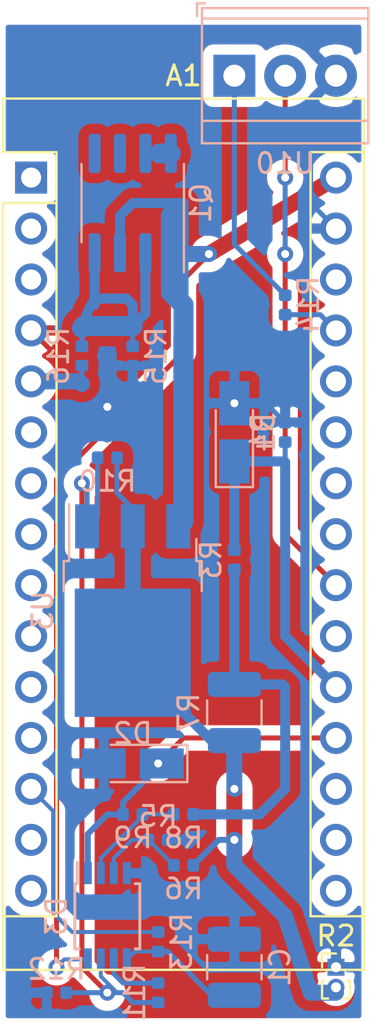
<source format=kicad_pcb>
(kicad_pcb (version 20171130) (host pcbnew "(5.1.6)-1")

  (general
    (thickness 1.6)
    (drawings 0)
    (tracks 160)
    (zones 0)
    (modules 23)
    (nets 40)
  )

  (page A4)
  (layers
    (0 F.Cu signal)
    (31 B.Cu signal)
    (32 B.Adhes user)
    (33 F.Adhes user)
    (34 B.Paste user)
    (35 F.Paste user)
    (36 B.SilkS user)
    (37 F.SilkS user)
    (38 B.Mask user)
    (39 F.Mask user)
    (40 Dwgs.User user)
    (41 Cmts.User user)
    (42 Eco1.User user)
    (43 Eco2.User user)
    (44 Edge.Cuts user)
    (45 Margin user)
    (46 B.CrtYd user)
    (47 F.CrtYd user)
    (48 B.Fab user hide)
    (49 F.Fab user hide)
  )

  (setup
    (last_trace_width 0.25)
    (trace_clearance 0.2)
    (zone_clearance 0.508)
    (zone_45_only no)
    (trace_min 0.2)
    (via_size 0.8)
    (via_drill 0.4)
    (via_min_size 0.4)
    (via_min_drill 0.3)
    (uvia_size 0.3)
    (uvia_drill 0.1)
    (uvias_allowed no)
    (uvia_min_size 0.2)
    (uvia_min_drill 0.1)
    (edge_width 0.05)
    (segment_width 0.2)
    (pcb_text_width 0.3)
    (pcb_text_size 1.5 1.5)
    (mod_edge_width 0.12)
    (mod_text_size 1 1)
    (mod_text_width 0.15)
    (pad_size 1.524 1.524)
    (pad_drill 0.762)
    (pad_to_mask_clearance 0.05)
    (aux_axis_origin 0 0)
    (visible_elements 7FFFF7FF)
    (pcbplotparams
      (layerselection 0x010fc_ffffffff)
      (usegerberextensions false)
      (usegerberattributes true)
      (usegerberadvancedattributes true)
      (creategerberjobfile true)
      (excludeedgelayer true)
      (linewidth 0.100000)
      (plotframeref false)
      (viasonmask false)
      (mode 1)
      (useauxorigin false)
      (hpglpennumber 1)
      (hpglpenspeed 20)
      (hpglpendiameter 15.000000)
      (psnegative false)
      (psa4output false)
      (plotreference true)
      (plotvalue true)
      (plotinvisibletext false)
      (padsonsilk false)
      (subtractmaskfromsilk false)
      (outputformat 1)
      (mirror false)
      (drillshape 1)
      (scaleselection 1)
      (outputdirectory ""))
  )

  (net 0 "")
  (net 1 "Net-(A1-Pad16)")
  (net 2 "Net-(A1-Pad15)")
  (net 3 +10V)
  (net 4 "Net-(A1-Pad14)")
  (net 5 "Net-(A1-Pad13)")
  (net 6 "Net-(A1-Pad28)")
  (net 7 "Net-(A1-Pad12)")
  (net 8 "Net-(A1-Pad27)")
  (net 9 "Net-(A1-Pad11)")
  (net 10 "Net-(A1-Pad26)")
  (net 11 "Net-(A1-Pad10)")
  (net 12 "Net-(A1-Pad25)")
  (net 13 "Net-(A1-Pad9)")
  (net 14 "Net-(A1-Pad24)")
  (net 15 "Net-(A1-Pad8)")
  (net 16 "Net-(A1-Pad23)")
  (net 17 "Net-(A1-Pad7)")
  (net 18 "Net-(A1-Pad22)")
  (net 19 "Net-(A1-Pad6)")
  (net 20 "Net-(A1-Pad21)")
  (net 21 "Net-(A1-Pad5)")
  (net 22 /A1)
  (net 23 GND)
  (net 24 "Net-(A1-Pad3)")
  (net 25 "Net-(A1-Pad18)")
  (net 26 "Net-(A1-Pad2)")
  (net 27 "Net-(A1-Pad17)")
  (net 28 "Net-(A1-Pad1)")
  (net 29 "Net-(Q1-Pad2)")
  (net 30 "Net-(C1-Pad1)")
  (net 31 "Net-(Q1-Pad7)")
  (net 32 "Net-(R1-Pad2)")
  (net 33 "Net-(R10-Pad2)")
  (net 34 "Net-(R14-Pad2)")
  (net 35 "Net-(D3-Pad7)")
  (net 36 "Net-(D3-Pad3)")
  (net 37 "Net-(D3-Pad6)")
  (net 38 "Net-(D3-Pad2)")
  (net 39 /1)

  (net_class Default "This is the default net class."
    (clearance 0.2)
    (trace_width 0.25)
    (via_dia 0.8)
    (via_drill 0.4)
    (uvia_dia 0.3)
    (uvia_drill 0.1)
    (add_net +10V)
    (add_net /1)
    (add_net /A1)
    (add_net GND)
    (add_net "Net-(A1-Pad1)")
    (add_net "Net-(A1-Pad10)")
    (add_net "Net-(A1-Pad11)")
    (add_net "Net-(A1-Pad12)")
    (add_net "Net-(A1-Pad13)")
    (add_net "Net-(A1-Pad14)")
    (add_net "Net-(A1-Pad15)")
    (add_net "Net-(A1-Pad16)")
    (add_net "Net-(A1-Pad17)")
    (add_net "Net-(A1-Pad18)")
    (add_net "Net-(A1-Pad2)")
    (add_net "Net-(A1-Pad21)")
    (add_net "Net-(A1-Pad22)")
    (add_net "Net-(A1-Pad23)")
    (add_net "Net-(A1-Pad24)")
    (add_net "Net-(A1-Pad25)")
    (add_net "Net-(A1-Pad26)")
    (add_net "Net-(A1-Pad27)")
    (add_net "Net-(A1-Pad28)")
    (add_net "Net-(A1-Pad3)")
    (add_net "Net-(A1-Pad5)")
    (add_net "Net-(A1-Pad6)")
    (add_net "Net-(A1-Pad7)")
    (add_net "Net-(A1-Pad8)")
    (add_net "Net-(A1-Pad9)")
    (add_net "Net-(C1-Pad1)")
    (add_net "Net-(D3-Pad2)")
    (add_net "Net-(D3-Pad3)")
    (add_net "Net-(D3-Pad6)")
    (add_net "Net-(D3-Pad7)")
    (add_net "Net-(Q1-Pad2)")
    (add_net "Net-(Q1-Pad7)")
    (add_net "Net-(R1-Pad2)")
    (add_net "Net-(R10-Pad2)")
    (add_net "Net-(R14-Pad2)")
  )

  (module Module:Arduino_Nano (layer F.Cu) (tedit 58ACAF70) (tstamp 5F46DACC)
    (at 78.74 99.06)
    (descr "Arduino Nano, http://www.mouser.com/pdfdocs/Gravitech_Arduino_Nano3_0.pdf")
    (tags "Arduino Nano")
    (path /5F3FA74F)
    (fp_text reference A1 (at 7.62 -5.08) (layer F.SilkS)
      (effects (font (size 1 1) (thickness 0.15)))
    )
    (fp_text value Arduino_Nano_v3.x (at 8.89 19.05 90) (layer F.Fab)
      (effects (font (size 1 1) (thickness 0.15)))
    )
    (fp_line (start 16.75 42.16) (end -1.53 42.16) (layer F.CrtYd) (width 0.05))
    (fp_line (start 16.75 42.16) (end 16.75 -4.06) (layer F.CrtYd) (width 0.05))
    (fp_line (start -1.53 -4.06) (end -1.53 42.16) (layer F.CrtYd) (width 0.05))
    (fp_line (start -1.53 -4.06) (end 16.75 -4.06) (layer F.CrtYd) (width 0.05))
    (fp_line (start 16.51 -3.81) (end 16.51 39.37) (layer F.Fab) (width 0.1))
    (fp_line (start 0 -3.81) (end 16.51 -3.81) (layer F.Fab) (width 0.1))
    (fp_line (start -1.27 -2.54) (end 0 -3.81) (layer F.Fab) (width 0.1))
    (fp_line (start -1.27 39.37) (end -1.27 -2.54) (layer F.Fab) (width 0.1))
    (fp_line (start 16.51 39.37) (end -1.27 39.37) (layer F.Fab) (width 0.1))
    (fp_line (start 16.64 -3.94) (end -1.4 -3.94) (layer F.SilkS) (width 0.12))
    (fp_line (start 16.64 39.5) (end 16.64 -3.94) (layer F.SilkS) (width 0.12))
    (fp_line (start -1.4 39.5) (end 16.64 39.5) (layer F.SilkS) (width 0.12))
    (fp_line (start 3.81 41.91) (end 3.81 31.75) (layer F.Fab) (width 0.1))
    (fp_line (start 11.43 41.91) (end 3.81 41.91) (layer F.Fab) (width 0.1))
    (fp_line (start 11.43 31.75) (end 11.43 41.91) (layer F.Fab) (width 0.1))
    (fp_line (start 3.81 31.75) (end 11.43 31.75) (layer F.Fab) (width 0.1))
    (fp_line (start 1.27 36.83) (end -1.4 36.83) (layer F.SilkS) (width 0.12))
    (fp_line (start 1.27 1.27) (end 1.27 36.83) (layer F.SilkS) (width 0.12))
    (fp_line (start 1.27 1.27) (end -1.4 1.27) (layer F.SilkS) (width 0.12))
    (fp_line (start 13.97 36.83) (end 16.64 36.83) (layer F.SilkS) (width 0.12))
    (fp_line (start 13.97 -1.27) (end 13.97 36.83) (layer F.SilkS) (width 0.12))
    (fp_line (start 13.97 -1.27) (end 16.64 -1.27) (layer F.SilkS) (width 0.12))
    (fp_line (start -1.4 -3.94) (end -1.4 -1.27) (layer F.SilkS) (width 0.12))
    (fp_line (start -1.4 1.27) (end -1.4 39.5) (layer F.SilkS) (width 0.12))
    (fp_line (start 1.27 -1.27) (end -1.4 -1.27) (layer F.SilkS) (width 0.12))
    (fp_line (start 1.27 1.27) (end 1.27 -1.27) (layer F.SilkS) (width 0.12))
    (fp_text user %R (at 6.35 19.05 90) (layer F.Fab)
      (effects (font (size 1 1) (thickness 0.15)))
    )
    (pad 1 thru_hole rect (at 0 0) (size 1.6 1.6) (drill 1) (layers *.Cu *.Mask)
      (net 28 "Net-(A1-Pad1)"))
    (pad 17 thru_hole oval (at 15.24 33.02) (size 1.6 1.6) (drill 1) (layers *.Cu *.Mask)
      (net 27 "Net-(A1-Pad17)"))
    (pad 2 thru_hole oval (at 0 2.54) (size 1.6 1.6) (drill 1) (layers *.Cu *.Mask)
      (net 26 "Net-(A1-Pad2)"))
    (pad 18 thru_hole oval (at 15.24 30.48) (size 1.6 1.6) (drill 1) (layers *.Cu *.Mask)
      (net 25 "Net-(A1-Pad18)"))
    (pad 3 thru_hole oval (at 0 5.08) (size 1.6 1.6) (drill 1) (layers *.Cu *.Mask)
      (net 24 "Net-(A1-Pad3)"))
    (pad 19 thru_hole oval (at 15.24 27.94) (size 1.6 1.6) (drill 1) (layers *.Cu *.Mask)
      (net 39 /1))
    (pad 4 thru_hole oval (at 0 7.62) (size 1.6 1.6) (drill 1) (layers *.Cu *.Mask)
      (net 23 GND))
    (pad 20 thru_hole oval (at 15.24 25.4) (size 1.6 1.6) (drill 1) (layers *.Cu *.Mask)
      (net 22 /A1))
    (pad 5 thru_hole oval (at 0 10.16) (size 1.6 1.6) (drill 1) (layers *.Cu *.Mask)
      (net 21 "Net-(A1-Pad5)"))
    (pad 21 thru_hole oval (at 15.24 22.86) (size 1.6 1.6) (drill 1) (layers *.Cu *.Mask)
      (net 20 "Net-(A1-Pad21)"))
    (pad 6 thru_hole oval (at 0 12.7) (size 1.6 1.6) (drill 1) (layers *.Cu *.Mask)
      (net 19 "Net-(A1-Pad6)"))
    (pad 22 thru_hole oval (at 15.24 20.32) (size 1.6 1.6) (drill 1) (layers *.Cu *.Mask)
      (net 18 "Net-(A1-Pad22)"))
    (pad 7 thru_hole oval (at 0 15.24) (size 1.6 1.6) (drill 1) (layers *.Cu *.Mask)
      (net 17 "Net-(A1-Pad7)"))
    (pad 23 thru_hole oval (at 15.24 17.78) (size 1.6 1.6) (drill 1) (layers *.Cu *.Mask)
      (net 16 "Net-(A1-Pad23)"))
    (pad 8 thru_hole oval (at 0 17.78) (size 1.6 1.6) (drill 1) (layers *.Cu *.Mask)
      (net 15 "Net-(A1-Pad8)"))
    (pad 24 thru_hole oval (at 15.24 15.24) (size 1.6 1.6) (drill 1) (layers *.Cu *.Mask)
      (net 14 "Net-(A1-Pad24)"))
    (pad 9 thru_hole oval (at 0 20.32) (size 1.6 1.6) (drill 1) (layers *.Cu *.Mask)
      (net 13 "Net-(A1-Pad9)"))
    (pad 25 thru_hole oval (at 15.24 12.7) (size 1.6 1.6) (drill 1) (layers *.Cu *.Mask)
      (net 12 "Net-(A1-Pad25)"))
    (pad 10 thru_hole oval (at 0 22.86) (size 1.6 1.6) (drill 1) (layers *.Cu *.Mask)
      (net 11 "Net-(A1-Pad10)"))
    (pad 26 thru_hole oval (at 15.24 10.16) (size 1.6 1.6) (drill 1) (layers *.Cu *.Mask)
      (net 10 "Net-(A1-Pad26)"))
    (pad 11 thru_hole oval (at 0 25.4) (size 1.6 1.6) (drill 1) (layers *.Cu *.Mask)
      (net 9 "Net-(A1-Pad11)"))
    (pad 27 thru_hole oval (at 15.24 7.62) (size 1.6 1.6) (drill 1) (layers *.Cu *.Mask)
      (net 8 "Net-(A1-Pad27)"))
    (pad 12 thru_hole oval (at 0 27.94) (size 1.6 1.6) (drill 1) (layers *.Cu *.Mask)
      (net 7 "Net-(A1-Pad12)"))
    (pad 28 thru_hole oval (at 15.24 5.08) (size 1.6 1.6) (drill 1) (layers *.Cu *.Mask)
      (net 6 "Net-(A1-Pad28)"))
    (pad 13 thru_hole oval (at 0 30.48) (size 1.6 1.6) (drill 1) (layers *.Cu *.Mask)
      (net 5 "Net-(A1-Pad13)"))
    (pad 29 thru_hole oval (at 15.24 2.54) (size 1.6 1.6) (drill 1) (layers *.Cu *.Mask)
      (net 23 GND))
    (pad 14 thru_hole oval (at 0 33.02) (size 1.6 1.6) (drill 1) (layers *.Cu *.Mask)
      (net 4 "Net-(A1-Pad14)"))
    (pad 30 thru_hole oval (at 15.24 0) (size 1.6 1.6) (drill 1) (layers *.Cu *.Mask)
      (net 3 +10V))
    (pad 15 thru_hole oval (at 0 35.56) (size 1.6 1.6) (drill 1) (layers *.Cu *.Mask)
      (net 2 "Net-(A1-Pad15)"))
    (pad 16 thru_hole oval (at 15.24 35.56) (size 1.6 1.6) (drill 1) (layers *.Cu *.Mask)
      (net 1 "Net-(A1-Pad16)"))
    (model ${KISYS3DMOD}/Module.3dshapes/Arduino_Nano_WithMountingHoles.wrl
      (at (xyz 0 0 0))
      (scale (xyz 1 1 1))
      (rotate (xyz 0 0 0))
    )
  )

  (module Capacitor_SMD:C_1210_3225Metric (layer B.Cu) (tedit 5B301BBE) (tstamp 5F46DB7C)
    (at 88.9 125.73 270)
    (descr "Capacitor SMD 1210 (3225 Metric), square (rectangular) end terminal, IPC_7351 nominal, (Body size source: http://www.tortai-tech.com/upload/download/2011102023233369053.pdf), generated with kicad-footprint-generator")
    (tags capacitor)
    (path /5F47AB2B)
    (attr smd)
    (fp_text reference R7 (at 0 2.28 90) (layer B.SilkS)
      (effects (font (size 1 1) (thickness 0.15)) (justify mirror))
    )
    (fp_text value 0.1 (at 0 -2.28 90) (layer B.Fab)
      (effects (font (size 1 1) (thickness 0.15)) (justify mirror))
    )
    (fp_line (start 2.28 -1.58) (end -2.28 -1.58) (layer B.CrtYd) (width 0.05))
    (fp_line (start 2.28 1.58) (end 2.28 -1.58) (layer B.CrtYd) (width 0.05))
    (fp_line (start -2.28 1.58) (end 2.28 1.58) (layer B.CrtYd) (width 0.05))
    (fp_line (start -2.28 -1.58) (end -2.28 1.58) (layer B.CrtYd) (width 0.05))
    (fp_line (start -0.602064 -1.36) (end 0.602064 -1.36) (layer B.SilkS) (width 0.12))
    (fp_line (start -0.602064 1.36) (end 0.602064 1.36) (layer B.SilkS) (width 0.12))
    (fp_line (start 1.6 -1.25) (end -1.6 -1.25) (layer B.Fab) (width 0.1))
    (fp_line (start 1.6 1.25) (end 1.6 -1.25) (layer B.Fab) (width 0.1))
    (fp_line (start -1.6 1.25) (end 1.6 1.25) (layer B.Fab) (width 0.1))
    (fp_line (start -1.6 -1.25) (end -1.6 1.25) (layer B.Fab) (width 0.1))
    (fp_text user %R (at 0 0 90) (layer B.Fab)
      (effects (font (size 0.8 0.8) (thickness 0.12)) (justify mirror))
    )
    (pad 2 smd roundrect (at 1.4 0 270) (size 1.25 2.65) (layers B.Cu B.Paste B.Mask) (roundrect_rratio 0.2)
      (net 33 "Net-(R10-Pad2)"))
    (pad 1 smd roundrect (at -1.4 0 270) (size 1.25 2.65) (layers B.Cu B.Paste B.Mask) (roundrect_rratio 0.2)
      (net 32 "Net-(R1-Pad2)"))
    (model ${KISYS3DMOD}/Capacitor_SMD.3dshapes/C_1210_3225Metric.wrl
      (at (xyz 0 0 0))
      (scale (xyz 1 1 1))
      (rotate (xyz 0 0 0))
    )
  )

  (module Connector_PinHeader_1.00mm:PinHeader_1x02_P1.00mm_Vertical (layer F.Cu) (tedit 59FED738) (tstamp 5F4C6754)
    (at 93.98 138.43)
    (descr "Through hole straight pin header, 1x02, 1.00mm pitch, single row")
    (tags "Through hole pin header THT 1x02 1.00mm single row")
    (path /5F4AFC65)
    (fp_text reference R2 (at 0 -1.56) (layer F.SilkS)
      (effects (font (size 1 1) (thickness 0.15)))
    )
    (fp_text value 8 (at 0 2.56) (layer F.Fab)
      (effects (font (size 1 1) (thickness 0.15)))
    )
    (fp_line (start 1.15 -1) (end -1.15 -1) (layer F.CrtYd) (width 0.05))
    (fp_line (start 1.15 2) (end 1.15 -1) (layer F.CrtYd) (width 0.05))
    (fp_line (start -1.15 2) (end 1.15 2) (layer F.CrtYd) (width 0.05))
    (fp_line (start -1.15 -1) (end -1.15 2) (layer F.CrtYd) (width 0.05))
    (fp_line (start -0.695 -0.685) (end 0 -0.685) (layer F.SilkS) (width 0.12))
    (fp_line (start -0.695 0) (end -0.695 -0.685) (layer F.SilkS) (width 0.12))
    (fp_line (start 0.608276 0.685) (end 0.695 0.685) (layer F.SilkS) (width 0.12))
    (fp_line (start -0.695 0.685) (end -0.608276 0.685) (layer F.SilkS) (width 0.12))
    (fp_line (start 0.695 0.685) (end 0.695 1.56) (layer F.SilkS) (width 0.12))
    (fp_line (start -0.695 0.685) (end -0.695 1.56) (layer F.SilkS) (width 0.12))
    (fp_line (start 0.394493 1.56) (end 0.695 1.56) (layer F.SilkS) (width 0.12))
    (fp_line (start -0.695 1.56) (end -0.394493 1.56) (layer F.SilkS) (width 0.12))
    (fp_line (start -0.635 -0.1825) (end -0.3175 -0.5) (layer F.Fab) (width 0.1))
    (fp_line (start -0.635 1.5) (end -0.635 -0.1825) (layer F.Fab) (width 0.1))
    (fp_line (start 0.635 1.5) (end -0.635 1.5) (layer F.Fab) (width 0.1))
    (fp_line (start 0.635 -0.5) (end 0.635 1.5) (layer F.Fab) (width 0.1))
    (fp_line (start -0.3175 -0.5) (end 0.635 -0.5) (layer F.Fab) (width 0.1))
    (fp_text user %R (at 0 0.5 90) (layer F.Fab)
      (effects (font (size 0.76 0.76) (thickness 0.114)))
    )
    (pad 2 thru_hole oval (at 0 1) (size 0.85 0.85) (drill 0.5) (layers *.Cu *.Mask)
      (net 33 "Net-(R10-Pad2)"))
    (pad 1 thru_hole rect (at 0 0) (size 0.85 0.85) (drill 0.5) (layers *.Cu *.Mask)
      (net 23 GND))
    (model ${KISYS3DMOD}/Connector_PinHeader_1.00mm.3dshapes/PinHeader_1x02_P1.00mm_Vertical.wrl
      (at (xyz 0 0 0))
      (scale (xyz 1 1 1))
      (rotate (xyz 0 0 0))
    )
  )

  (module Fuse:Fuse_0402_1005Metric (layer B.Cu) (tedit 5B301BBE) (tstamp 5F46DC15)
    (at 81.28 107.95 270)
    (descr "Fuse SMD 0402 (1005 Metric), square (rectangular) end terminal, IPC_7351 nominal, (Body size source: http://www.tortai-tech.com/upload/download/2011102023233369053.pdf), generated with kicad-footprint-generator")
    (tags resistor)
    (path /5F4D13E3)
    (attr smd)
    (fp_text reference R16 (at 0 1.17 90) (layer B.SilkS)
      (effects (font (size 1 1) (thickness 0.15)) (justify mirror))
    )
    (fp_text value 100 (at 0 -1.17 90) (layer B.Fab)
      (effects (font (size 1 1) (thickness 0.15)) (justify mirror))
    )
    (fp_line (start 0.93 -0.47) (end -0.93 -0.47) (layer B.CrtYd) (width 0.05))
    (fp_line (start 0.93 0.47) (end 0.93 -0.47) (layer B.CrtYd) (width 0.05))
    (fp_line (start -0.93 0.47) (end 0.93 0.47) (layer B.CrtYd) (width 0.05))
    (fp_line (start -0.93 -0.47) (end -0.93 0.47) (layer B.CrtYd) (width 0.05))
    (fp_line (start 0.5 -0.25) (end -0.5 -0.25) (layer B.Fab) (width 0.1))
    (fp_line (start 0.5 0.25) (end 0.5 -0.25) (layer B.Fab) (width 0.1))
    (fp_line (start -0.5 0.25) (end 0.5 0.25) (layer B.Fab) (width 0.1))
    (fp_line (start -0.5 -0.25) (end -0.5 0.25) (layer B.Fab) (width 0.1))
    (fp_text user %R (at 0 0 90) (layer B.Fab)
      (effects (font (size 0.25 0.25) (thickness 0.04)) (justify mirror))
    )
    (pad 2 smd roundrect (at 0.485 0 270) (size 0.59 0.64) (layers B.Cu B.Paste B.Mask) (roundrect_rratio 0.25)
      (net 21 "Net-(A1-Pad5)"))
    (pad 1 smd roundrect (at -0.485 0 270) (size 0.59 0.64) (layers B.Cu B.Paste B.Mask) (roundrect_rratio 0.25)
      (net 29 "Net-(Q1-Pad2)"))
    (model ${KISYS3DMOD}/Fuse.3dshapes/Fuse_0402_1005Metric.wrl
      (at (xyz 0 0 0))
      (scale (xyz 1 1 1))
      (rotate (xyz 0 0 0))
    )
  )

  (module Fuse:Fuse_0402_1005Metric (layer B.Cu) (tedit 5B301BBE) (tstamp 5F46DC04)
    (at 83.82 107.95 90)
    (descr "Fuse SMD 0402 (1005 Metric), square (rectangular) end terminal, IPC_7351 nominal, (Body size source: http://www.tortai-tech.com/upload/download/2011102023233369053.pdf), generated with kicad-footprint-generator")
    (tags resistor)
    (path /5F4D1CD8)
    (attr smd)
    (fp_text reference R15 (at 0 1.17 90) (layer B.SilkS)
      (effects (font (size 1 1) (thickness 0.15)) (justify mirror))
    )
    (fp_text value 20k (at 0 -1.17 90) (layer B.Fab)
      (effects (font (size 1 1) (thickness 0.15)) (justify mirror))
    )
    (fp_line (start 0.93 -0.47) (end -0.93 -0.47) (layer B.CrtYd) (width 0.05))
    (fp_line (start 0.93 0.47) (end 0.93 -0.47) (layer B.CrtYd) (width 0.05))
    (fp_line (start -0.93 0.47) (end 0.93 0.47) (layer B.CrtYd) (width 0.05))
    (fp_line (start -0.93 -0.47) (end -0.93 0.47) (layer B.CrtYd) (width 0.05))
    (fp_line (start 0.5 -0.25) (end -0.5 -0.25) (layer B.Fab) (width 0.1))
    (fp_line (start 0.5 0.25) (end 0.5 -0.25) (layer B.Fab) (width 0.1))
    (fp_line (start -0.5 0.25) (end 0.5 0.25) (layer B.Fab) (width 0.1))
    (fp_line (start -0.5 -0.25) (end -0.5 0.25) (layer B.Fab) (width 0.1))
    (fp_text user %R (at 0 0 90) (layer B.Fab)
      (effects (font (size 0.25 0.25) (thickness 0.04)) (justify mirror))
    )
    (pad 2 smd roundrect (at 0.485 0 90) (size 0.59 0.64) (layers B.Cu B.Paste B.Mask) (roundrect_rratio 0.25)
      (net 29 "Net-(Q1-Pad2)"))
    (pad 1 smd roundrect (at -0.485 0 90) (size 0.59 0.64) (layers B.Cu B.Paste B.Mask) (roundrect_rratio 0.25)
      (net 23 GND))
    (model ${KISYS3DMOD}/Fuse.3dshapes/Fuse_0402_1005Metric.wrl
      (at (xyz 0 0 0))
      (scale (xyz 1 1 1))
      (rotate (xyz 0 0 0))
    )
  )

  (module Fuse:Fuse_0402_1005Metric (layer B.Cu) (tedit 5B301BBE) (tstamp 5F46DBF3)
    (at 91.44 105.41 90)
    (descr "Fuse SMD 0402 (1005 Metric), square (rectangular) end terminal, IPC_7351 nominal, (Body size source: http://www.tortai-tech.com/upload/download/2011102023233369053.pdf), generated with kicad-footprint-generator")
    (tags resistor)
    (path /5F3FF4B5)
    (attr smd)
    (fp_text reference R14 (at 0 1.17 90) (layer B.SilkS)
      (effects (font (size 1 1) (thickness 0.15)) (justify mirror))
    )
    (fp_text value 4k (at 0 -1.17 90) (layer B.Fab)
      (effects (font (size 1 1) (thickness 0.15)) (justify mirror))
    )
    (fp_line (start 0.93 -0.47) (end -0.93 -0.47) (layer B.CrtYd) (width 0.05))
    (fp_line (start 0.93 0.47) (end 0.93 -0.47) (layer B.CrtYd) (width 0.05))
    (fp_line (start -0.93 0.47) (end 0.93 0.47) (layer B.CrtYd) (width 0.05))
    (fp_line (start -0.93 -0.47) (end -0.93 0.47) (layer B.CrtYd) (width 0.05))
    (fp_line (start 0.5 -0.25) (end -0.5 -0.25) (layer B.Fab) (width 0.1))
    (fp_line (start 0.5 0.25) (end 0.5 -0.25) (layer B.Fab) (width 0.1))
    (fp_line (start -0.5 0.25) (end 0.5 0.25) (layer B.Fab) (width 0.1))
    (fp_line (start -0.5 -0.25) (end -0.5 0.25) (layer B.Fab) (width 0.1))
    (fp_text user %R (at 0 0 90) (layer B.Fab)
      (effects (font (size 0.25 0.25) (thickness 0.04)) (justify mirror))
    )
    (pad 2 smd roundrect (at 0.485 0 90) (size 0.59 0.64) (layers B.Cu B.Paste B.Mask) (roundrect_rratio 0.25)
      (net 34 "Net-(R14-Pad2)"))
    (pad 1 smd roundrect (at -0.485 0 90) (size 0.59 0.64) (layers B.Cu B.Paste B.Mask) (roundrect_rratio 0.25)
      (net 8 "Net-(A1-Pad27)"))
    (model ${KISYS3DMOD}/Fuse.3dshapes/Fuse_0402_1005Metric.wrl
      (at (xyz 0 0 0))
      (scale (xyz 1 1 1))
      (rotate (xyz 0 0 0))
    )
  )

  (module Fuse:Fuse_0402_1005Metric (layer B.Cu) (tedit 5B301BBE) (tstamp 5F46DBE2)
    (at 85.09 137.16 90)
    (descr "Fuse SMD 0402 (1005 Metric), square (rectangular) end terminal, IPC_7351 nominal, (Body size source: http://www.tortai-tech.com/upload/download/2011102023233369053.pdf), generated with kicad-footprint-generator")
    (tags resistor)
    (path /5F45EC29)
    (attr smd)
    (fp_text reference R13 (at 0 1.17 90) (layer B.SilkS)
      (effects (font (size 1 1) (thickness 0.15)) (justify mirror))
    )
    (fp_text value 200k (at 0 -1.17 90) (layer B.Fab)
      (effects (font (size 1 1) (thickness 0.15)) (justify mirror))
    )
    (fp_line (start 0.93 -0.47) (end -0.93 -0.47) (layer B.CrtYd) (width 0.05))
    (fp_line (start 0.93 0.47) (end 0.93 -0.47) (layer B.CrtYd) (width 0.05))
    (fp_line (start -0.93 0.47) (end 0.93 0.47) (layer B.CrtYd) (width 0.05))
    (fp_line (start -0.93 -0.47) (end -0.93 0.47) (layer B.CrtYd) (width 0.05))
    (fp_line (start 0.5 -0.25) (end -0.5 -0.25) (layer B.Fab) (width 0.1))
    (fp_line (start 0.5 0.25) (end 0.5 -0.25) (layer B.Fab) (width 0.1))
    (fp_line (start -0.5 0.25) (end 0.5 0.25) (layer B.Fab) (width 0.1))
    (fp_line (start -0.5 -0.25) (end -0.5 0.25) (layer B.Fab) (width 0.1))
    (fp_text user %R (at 0 0 90) (layer B.Fab)
      (effects (font (size 0.25 0.25) (thickness 0.04)) (justify mirror))
    )
    (pad 2 smd roundrect (at 0.485 0 90) (size 0.59 0.64) (layers B.Cu B.Paste B.Mask) (roundrect_rratio 0.25)
      (net 5 "Net-(A1-Pad13)"))
    (pad 1 smd roundrect (at -0.485 0 90) (size 0.59 0.64) (layers B.Cu B.Paste B.Mask) (roundrect_rratio 0.25)
      (net 30 "Net-(C1-Pad1)"))
    (model ${KISYS3DMOD}/Fuse.3dshapes/Fuse_0402_1005Metric.wrl
      (at (xyz 0 0 0))
      (scale (xyz 1 1 1))
      (rotate (xyz 0 0 0))
    )
  )

  (module Fuse:Fuse_0402_1005Metric (layer B.Cu) (tedit 5B301BBE) (tstamp 5F46DBD1)
    (at 80.01 139.7 180)
    (descr "Fuse SMD 0402 (1005 Metric), square (rectangular) end terminal, IPC_7351 nominal, (Body size source: http://www.tortai-tech.com/upload/download/2011102023233369053.pdf), generated with kicad-footprint-generator")
    (tags resistor)
    (path /5F4587E9)
    (attr smd)
    (fp_text reference R12 (at 0 1.17) (layer B.SilkS)
      (effects (font (size 1 1) (thickness 0.15)) (justify mirror))
    )
    (fp_text value 80k (at 0 -1.17) (layer B.Fab)
      (effects (font (size 1 1) (thickness 0.15)) (justify mirror))
    )
    (fp_line (start 0.93 -0.47) (end -0.93 -0.47) (layer B.CrtYd) (width 0.05))
    (fp_line (start 0.93 0.47) (end 0.93 -0.47) (layer B.CrtYd) (width 0.05))
    (fp_line (start -0.93 0.47) (end 0.93 0.47) (layer B.CrtYd) (width 0.05))
    (fp_line (start -0.93 -0.47) (end -0.93 0.47) (layer B.CrtYd) (width 0.05))
    (fp_line (start 0.5 -0.25) (end -0.5 -0.25) (layer B.Fab) (width 0.1))
    (fp_line (start 0.5 0.25) (end 0.5 -0.25) (layer B.Fab) (width 0.1))
    (fp_line (start -0.5 0.25) (end 0.5 0.25) (layer B.Fab) (width 0.1))
    (fp_line (start -0.5 -0.25) (end -0.5 0.25) (layer B.Fab) (width 0.1))
    (fp_text user %R (at 0 0) (layer B.Fab)
      (effects (font (size 0.25 0.25) (thickness 0.04)) (justify mirror))
    )
    (pad 2 smd roundrect (at 0.485 0 180) (size 0.59 0.64) (layers B.Cu B.Paste B.Mask) (roundrect_rratio 0.25)
      (net 23 GND))
    (pad 1 smd roundrect (at -0.485 0 180) (size 0.59 0.64) (layers B.Cu B.Paste B.Mask) (roundrect_rratio 0.25)
      (net 35 "Net-(D3-Pad7)"))
    (model ${KISYS3DMOD}/Fuse.3dshapes/Fuse_0402_1005Metric.wrl
      (at (xyz 0 0 0))
      (scale (xyz 1 1 1))
      (rotate (xyz 0 0 0))
    )
  )

  (module Fuse:Fuse_0402_1005Metric (layer B.Cu) (tedit 5B301BBE) (tstamp 5F46DBC0)
    (at 85.09 139.7 270)
    (descr "Fuse SMD 0402 (1005 Metric), square (rectangular) end terminal, IPC_7351 nominal, (Body size source: http://www.tortai-tech.com/upload/download/2011102023233369053.pdf), generated with kicad-footprint-generator")
    (tags resistor)
    (path /5F44A08F)
    (attr smd)
    (fp_text reference R11 (at 0 1.17 90) (layer B.SilkS)
      (effects (font (size 1 1) (thickness 0.15)) (justify mirror))
    )
    (fp_text value 100k (at 0 -1.17 90) (layer B.Fab)
      (effects (font (size 1 1) (thickness 0.15)) (justify mirror))
    )
    (fp_line (start 0.93 -0.47) (end -0.93 -0.47) (layer B.CrtYd) (width 0.05))
    (fp_line (start 0.93 0.47) (end 0.93 -0.47) (layer B.CrtYd) (width 0.05))
    (fp_line (start -0.93 0.47) (end 0.93 0.47) (layer B.CrtYd) (width 0.05))
    (fp_line (start -0.93 -0.47) (end -0.93 0.47) (layer B.CrtYd) (width 0.05))
    (fp_line (start 0.5 -0.25) (end -0.5 -0.25) (layer B.Fab) (width 0.1))
    (fp_line (start 0.5 0.25) (end 0.5 -0.25) (layer B.Fab) (width 0.1))
    (fp_line (start -0.5 0.25) (end 0.5 0.25) (layer B.Fab) (width 0.1))
    (fp_line (start -0.5 -0.25) (end -0.5 0.25) (layer B.Fab) (width 0.1))
    (fp_text user %R (at 0 0 90) (layer B.Fab)
      (effects (font (size 0.25 0.25) (thickness 0.04)) (justify mirror))
    )
    (pad 2 smd roundrect (at 0.485 0 270) (size 0.59 0.64) (layers B.Cu B.Paste B.Mask) (roundrect_rratio 0.25)
      (net 35 "Net-(D3-Pad7)"))
    (pad 1 smd roundrect (at -0.485 0 270) (size 0.59 0.64) (layers B.Cu B.Paste B.Mask) (roundrect_rratio 0.25)
      (net 37 "Net-(D3-Pad6)"))
    (model ${KISYS3DMOD}/Fuse.3dshapes/Fuse_0402_1005Metric.wrl
      (at (xyz 0 0 0))
      (scale (xyz 1 1 1))
      (rotate (xyz 0 0 0))
    )
  )

  (module Fuse:Fuse_0402_1005Metric (layer B.Cu) (tedit 5B301BBE) (tstamp 5F46DBAF)
    (at 82.55 113.03)
    (descr "Fuse SMD 0402 (1005 Metric), square (rectangular) end terminal, IPC_7351 nominal, (Body size source: http://www.tortai-tech.com/upload/download/2011102023233369053.pdf), generated with kicad-footprint-generator")
    (tags resistor)
    (path /5F477C35)
    (attr smd)
    (fp_text reference R10 (at 0 1.17) (layer B.SilkS)
      (effects (font (size 1 1) (thickness 0.15)) (justify mirror))
    )
    (fp_text value 330 (at 0 -1.17) (layer B.Fab)
      (effects (font (size 1 1) (thickness 0.15)) (justify mirror))
    )
    (fp_line (start 0.93 -0.47) (end -0.93 -0.47) (layer B.CrtYd) (width 0.05))
    (fp_line (start 0.93 0.47) (end 0.93 -0.47) (layer B.CrtYd) (width 0.05))
    (fp_line (start -0.93 0.47) (end 0.93 0.47) (layer B.CrtYd) (width 0.05))
    (fp_line (start -0.93 -0.47) (end -0.93 0.47) (layer B.CrtYd) (width 0.05))
    (fp_line (start 0.5 -0.25) (end -0.5 -0.25) (layer B.Fab) (width 0.1))
    (fp_line (start 0.5 0.25) (end 0.5 -0.25) (layer B.Fab) (width 0.1))
    (fp_line (start -0.5 0.25) (end 0.5 0.25) (layer B.Fab) (width 0.1))
    (fp_line (start -0.5 -0.25) (end -0.5 0.25) (layer B.Fab) (width 0.1))
    (fp_text user %R (at 0 0) (layer B.Fab)
      (effects (font (size 0.25 0.25) (thickness 0.04)) (justify mirror))
    )
    (pad 2 smd roundrect (at 0.485 0) (size 0.59 0.64) (layers B.Cu B.Paste B.Mask) (roundrect_rratio 0.25)
      (net 33 "Net-(R10-Pad2)"))
    (pad 1 smd roundrect (at -0.485 0) (size 0.59 0.64) (layers B.Cu B.Paste B.Mask) (roundrect_rratio 0.25)
      (net 35 "Net-(D3-Pad7)"))
    (model ${KISYS3DMOD}/Fuse.3dshapes/Fuse_0402_1005Metric.wrl
      (at (xyz 0 0 0))
      (scale (xyz 1 1 1))
      (rotate (xyz 0 0 0))
    )
  )

  (module Fuse:Fuse_0402_1005Metric (layer B.Cu) (tedit 5B301BBE) (tstamp 5F46DB9E)
    (at 83.82 130.81)
    (descr "Fuse SMD 0402 (1005 Metric), square (rectangular) end terminal, IPC_7351 nominal, (Body size source: http://www.tortai-tech.com/upload/download/2011102023233369053.pdf), generated with kicad-footprint-generator")
    (tags resistor)
    (path /5F4A3343)
    (attr smd)
    (fp_text reference R9 (at 0 1.17) (layer B.SilkS)
      (effects (font (size 1 1) (thickness 0.15)) (justify mirror))
    )
    (fp_text value 200K (at 0 -1.17) (layer B.Fab)
      (effects (font (size 1 1) (thickness 0.15)) (justify mirror))
    )
    (fp_line (start 0.93 -0.47) (end -0.93 -0.47) (layer B.CrtYd) (width 0.05))
    (fp_line (start 0.93 0.47) (end 0.93 -0.47) (layer B.CrtYd) (width 0.05))
    (fp_line (start -0.93 0.47) (end 0.93 0.47) (layer B.CrtYd) (width 0.05))
    (fp_line (start -0.93 -0.47) (end -0.93 0.47) (layer B.CrtYd) (width 0.05))
    (fp_line (start 0.5 -0.25) (end -0.5 -0.25) (layer B.Fab) (width 0.1))
    (fp_line (start 0.5 0.25) (end 0.5 -0.25) (layer B.Fab) (width 0.1))
    (fp_line (start -0.5 0.25) (end 0.5 0.25) (layer B.Fab) (width 0.1))
    (fp_line (start -0.5 -0.25) (end -0.5 0.25) (layer B.Fab) (width 0.1))
    (fp_text user %R (at 0 0) (layer B.Fab)
      (effects (font (size 0.25 0.25) (thickness 0.04)) (justify mirror))
    )
    (pad 2 smd roundrect (at 0.485 0) (size 0.59 0.64) (layers B.Cu B.Paste B.Mask) (roundrect_rratio 0.25)
      (net 38 "Net-(D3-Pad2)"))
    (pad 1 smd roundrect (at -0.485 0) (size 0.59 0.64) (layers B.Cu B.Paste B.Mask) (roundrect_rratio 0.25)
      (net 39 /1))
    (model ${KISYS3DMOD}/Fuse.3dshapes/Fuse_0402_1005Metric.wrl
      (at (xyz 0 0 0))
      (scale (xyz 1 1 1))
      (rotate (xyz 0 0 0))
    )
  )

  (module Fuse:Fuse_0402_1005Metric (layer B.Cu) (tedit 5B301BBE) (tstamp 5F46DB8D)
    (at 86.36 130.81)
    (descr "Fuse SMD 0402 (1005 Metric), square (rectangular) end terminal, IPC_7351 nominal, (Body size source: http://www.tortai-tech.com/upload/download/2011102023233369053.pdf), generated with kicad-footprint-generator")
    (tags resistor)
    (path /5F47DCB7)
    (attr smd)
    (fp_text reference R8 (at 0 1.17) (layer B.SilkS)
      (effects (font (size 1 1) (thickness 0.15)) (justify mirror))
    )
    (fp_text value 10k (at 0 -1.17) (layer B.Fab)
      (effects (font (size 1 1) (thickness 0.15)) (justify mirror))
    )
    (fp_line (start 0.93 -0.47) (end -0.93 -0.47) (layer B.CrtYd) (width 0.05))
    (fp_line (start 0.93 0.47) (end 0.93 -0.47) (layer B.CrtYd) (width 0.05))
    (fp_line (start -0.93 0.47) (end 0.93 0.47) (layer B.CrtYd) (width 0.05))
    (fp_line (start -0.93 -0.47) (end -0.93 0.47) (layer B.CrtYd) (width 0.05))
    (fp_line (start 0.5 -0.25) (end -0.5 -0.25) (layer B.Fab) (width 0.1))
    (fp_line (start 0.5 0.25) (end 0.5 -0.25) (layer B.Fab) (width 0.1))
    (fp_line (start -0.5 0.25) (end 0.5 0.25) (layer B.Fab) (width 0.1))
    (fp_line (start -0.5 -0.25) (end -0.5 0.25) (layer B.Fab) (width 0.1))
    (fp_text user %R (at 0 0) (layer B.Fab)
      (effects (font (size 0.25 0.25) (thickness 0.04)) (justify mirror))
    )
    (pad 2 smd roundrect (at 0.485 0) (size 0.59 0.64) (layers B.Cu B.Paste B.Mask) (roundrect_rratio 0.25)
      (net 32 "Net-(R1-Pad2)"))
    (pad 1 smd roundrect (at -0.485 0) (size 0.59 0.64) (layers B.Cu B.Paste B.Mask) (roundrect_rratio 0.25)
      (net 38 "Net-(D3-Pad2)"))
    (model ${KISYS3DMOD}/Fuse.3dshapes/Fuse_0402_1005Metric.wrl
      (at (xyz 0 0 0))
      (scale (xyz 1 1 1))
      (rotate (xyz 0 0 0))
    )
  )

  (module Fuse:Fuse_0402_1005Metric (layer B.Cu) (tedit 5B301BBE) (tstamp 5F46DB6B)
    (at 86.36 133.35)
    (descr "Fuse SMD 0402 (1005 Metric), square (rectangular) end terminal, IPC_7351 nominal, (Body size source: http://www.tortai-tech.com/upload/download/2011102023233369053.pdf), generated with kicad-footprint-generator")
    (tags resistor)
    (path /5F47EF53)
    (attr smd)
    (fp_text reference R6 (at 0 1.17) (layer B.SilkS)
      (effects (font (size 1 1) (thickness 0.15)) (justify mirror))
    )
    (fp_text value 100k (at 0 -1.17) (layer B.Fab)
      (effects (font (size 1 1) (thickness 0.15)) (justify mirror))
    )
    (fp_line (start 0.93 -0.47) (end -0.93 -0.47) (layer B.CrtYd) (width 0.05))
    (fp_line (start 0.93 0.47) (end 0.93 -0.47) (layer B.CrtYd) (width 0.05))
    (fp_line (start -0.93 0.47) (end 0.93 0.47) (layer B.CrtYd) (width 0.05))
    (fp_line (start -0.93 -0.47) (end -0.93 0.47) (layer B.CrtYd) (width 0.05))
    (fp_line (start 0.5 -0.25) (end -0.5 -0.25) (layer B.Fab) (width 0.1))
    (fp_line (start 0.5 0.25) (end 0.5 -0.25) (layer B.Fab) (width 0.1))
    (fp_line (start -0.5 0.25) (end 0.5 0.25) (layer B.Fab) (width 0.1))
    (fp_line (start -0.5 -0.25) (end -0.5 0.25) (layer B.Fab) (width 0.1))
    (fp_text user %R (at 0 0) (layer B.Fab)
      (effects (font (size 0.25 0.25) (thickness 0.04)) (justify mirror))
    )
    (pad 2 smd roundrect (at 0.485 0) (size 0.59 0.64) (layers B.Cu B.Paste B.Mask) (roundrect_rratio 0.25)
      (net 33 "Net-(R10-Pad2)"))
    (pad 1 smd roundrect (at -0.485 0) (size 0.59 0.64) (layers B.Cu B.Paste B.Mask) (roundrect_rratio 0.25)
      (net 36 "Net-(D3-Pad3)"))
    (model ${KISYS3DMOD}/Fuse.3dshapes/Fuse_0402_1005Metric.wrl
      (at (xyz 0 0 0))
      (scale (xyz 1 1 1))
      (rotate (xyz 0 0 0))
    )
  )

  (module Fuse:Fuse_0402_1005Metric (layer B.Cu) (tedit 5B301BBE) (tstamp 5F46DB5A)
    (at 85.09 132.08 180)
    (descr "Fuse SMD 0402 (1005 Metric), square (rectangular) end terminal, IPC_7351 nominal, (Body size source: http://www.tortai-tech.com/upload/download/2011102023233369053.pdf), generated with kicad-footprint-generator")
    (tags resistor)
    (path /5F49E41B)
    (attr smd)
    (fp_text reference R5 (at 0 1.17) (layer B.SilkS)
      (effects (font (size 1 1) (thickness 0.15)) (justify mirror))
    )
    (fp_text value 200K (at 0 -1.17) (layer B.Fab)
      (effects (font (size 1 1) (thickness 0.15)) (justify mirror))
    )
    (fp_line (start 0.93 -0.47) (end -0.93 -0.47) (layer B.CrtYd) (width 0.05))
    (fp_line (start 0.93 0.47) (end 0.93 -0.47) (layer B.CrtYd) (width 0.05))
    (fp_line (start -0.93 0.47) (end 0.93 0.47) (layer B.CrtYd) (width 0.05))
    (fp_line (start -0.93 -0.47) (end -0.93 0.47) (layer B.CrtYd) (width 0.05))
    (fp_line (start 0.5 -0.25) (end -0.5 -0.25) (layer B.Fab) (width 0.1))
    (fp_line (start 0.5 0.25) (end 0.5 -0.25) (layer B.Fab) (width 0.1))
    (fp_line (start -0.5 0.25) (end 0.5 0.25) (layer B.Fab) (width 0.1))
    (fp_line (start -0.5 -0.25) (end -0.5 0.25) (layer B.Fab) (width 0.1))
    (fp_text user %R (at 0 0) (layer B.Fab)
      (effects (font (size 0.25 0.25) (thickness 0.04)) (justify mirror))
    )
    (pad 2 smd roundrect (at 0.485 0 180) (size 0.59 0.64) (layers B.Cu B.Paste B.Mask) (roundrect_rratio 0.25)
      (net 36 "Net-(D3-Pad3)"))
    (pad 1 smd roundrect (at -0.485 0 180) (size 0.59 0.64) (layers B.Cu B.Paste B.Mask) (roundrect_rratio 0.25)
      (net 23 GND))
    (model ${KISYS3DMOD}/Fuse.3dshapes/Fuse_0402_1005Metric.wrl
      (at (xyz 0 0 0))
      (scale (xyz 1 1 1))
      (rotate (xyz 0 0 0))
    )
  )

  (module Fuse:Fuse_0402_1005Metric (layer B.Cu) (tedit 5B301BBE) (tstamp 5F46DB49)
    (at 91.44 111.76 270)
    (descr "Fuse SMD 0402 (1005 Metric), square (rectangular) end terminal, IPC_7351 nominal, (Body size source: http://www.tortai-tech.com/upload/download/2011102023233369053.pdf), generated with kicad-footprint-generator")
    (tags resistor)
    (path /5F4AE137)
    (attr smd)
    (fp_text reference R4 (at 0 1.17 90) (layer B.SilkS)
      (effects (font (size 1 1) (thickness 0.15)) (justify mirror))
    )
    (fp_text value 100K (at 0 -1.17 90) (layer B.Fab)
      (effects (font (size 1 1) (thickness 0.15)) (justify mirror))
    )
    (fp_line (start 0.93 -0.47) (end -0.93 -0.47) (layer B.CrtYd) (width 0.05))
    (fp_line (start 0.93 0.47) (end 0.93 -0.47) (layer B.CrtYd) (width 0.05))
    (fp_line (start -0.93 0.47) (end 0.93 0.47) (layer B.CrtYd) (width 0.05))
    (fp_line (start -0.93 -0.47) (end -0.93 0.47) (layer B.CrtYd) (width 0.05))
    (fp_line (start 0.5 -0.25) (end -0.5 -0.25) (layer B.Fab) (width 0.1))
    (fp_line (start 0.5 0.25) (end 0.5 -0.25) (layer B.Fab) (width 0.1))
    (fp_line (start -0.5 0.25) (end 0.5 0.25) (layer B.Fab) (width 0.1))
    (fp_line (start -0.5 -0.25) (end -0.5 0.25) (layer B.Fab) (width 0.1))
    (fp_text user %R (at 0 0 90) (layer B.Fab)
      (effects (font (size 0.25 0.25) (thickness 0.04)) (justify mirror))
    )
    (pad 2 smd roundrect (at 0.485 0 270) (size 0.59 0.64) (layers B.Cu B.Paste B.Mask) (roundrect_rratio 0.25)
      (net 22 /A1))
    (pad 1 smd roundrect (at -0.485 0 270) (size 0.59 0.64) (layers B.Cu B.Paste B.Mask) (roundrect_rratio 0.25)
      (net 23 GND))
    (model ${KISYS3DMOD}/Fuse.3dshapes/Fuse_0402_1005Metric.wrl
      (at (xyz 0 0 0))
      (scale (xyz 1 1 1))
      (rotate (xyz 0 0 0))
    )
  )

  (module Fuse:Fuse_0402_1005Metric (layer B.Cu) (tedit 5B301BBE) (tstamp 5F46DB38)
    (at 88.9 118.11 270)
    (descr "Fuse SMD 0402 (1005 Metric), square (rectangular) end terminal, IPC_7351 nominal, (Body size source: http://www.tortai-tech.com/upload/download/2011102023233369053.pdf), generated with kicad-footprint-generator")
    (tags resistor)
    (path /5F4AA032)
    (attr smd)
    (fp_text reference R3 (at 0 1.17 90) (layer B.SilkS)
      (effects (font (size 1 1) (thickness 0.15)) (justify mirror))
    )
    (fp_text value 100K (at 0 -1.17 90) (layer B.Fab)
      (effects (font (size 1 1) (thickness 0.15)) (justify mirror))
    )
    (fp_line (start 0.93 -0.47) (end -0.93 -0.47) (layer B.CrtYd) (width 0.05))
    (fp_line (start 0.93 0.47) (end 0.93 -0.47) (layer B.CrtYd) (width 0.05))
    (fp_line (start -0.93 0.47) (end 0.93 0.47) (layer B.CrtYd) (width 0.05))
    (fp_line (start -0.93 -0.47) (end -0.93 0.47) (layer B.CrtYd) (width 0.05))
    (fp_line (start 0.5 -0.25) (end -0.5 -0.25) (layer B.Fab) (width 0.1))
    (fp_line (start 0.5 0.25) (end 0.5 -0.25) (layer B.Fab) (width 0.1))
    (fp_line (start -0.5 0.25) (end 0.5 0.25) (layer B.Fab) (width 0.1))
    (fp_line (start -0.5 -0.25) (end -0.5 0.25) (layer B.Fab) (width 0.1))
    (fp_text user %R (at 0 0 90) (layer B.Fab)
      (effects (font (size 0.25 0.25) (thickness 0.04)) (justify mirror))
    )
    (pad 2 smd roundrect (at 0.485 0 270) (size 0.59 0.64) (layers B.Cu B.Paste B.Mask) (roundrect_rratio 0.25)
      (net 32 "Net-(R1-Pad2)"))
    (pad 1 smd roundrect (at -0.485 0 270) (size 0.59 0.64) (layers B.Cu B.Paste B.Mask) (roundrect_rratio 0.25)
      (net 22 /A1))
    (model ${KISYS3DMOD}/Fuse.3dshapes/Fuse_0402_1005Metric.wrl
      (at (xyz 0 0 0))
      (scale (xyz 1 1 1))
      (rotate (xyz 0 0 0))
    )
  )

  (module Package_SO:TSSOP-8_3x3mm_P0.65mm (layer B.Cu) (tedit 5A02F25C) (tstamp 5F479A32)
    (at 82.55 135.89 270)
    (descr "TSSOP8: plastic thin shrink small outline package; 8 leads; body width 3 mm; (see NXP SSOP-TSSOP-VSO-REFLOW.pdf and sot505-1_po.pdf)")
    (tags "SSOP 0.65")
    (path /5F4B2699)
    (attr smd)
    (fp_text reference D3 (at 0 2.55 270) (layer B.SilkS)
      (effects (font (size 1 1) (thickness 0.15)) (justify mirror))
    )
    (fp_text value lm358_11 (at 0 -2.55 270) (layer B.Fab)
      (effects (font (size 1 1) (thickness 0.15)) (justify mirror))
    )
    (fp_line (start -1.625 1.5) (end -2.7 1.5) (layer B.SilkS) (width 0.15))
    (fp_line (start -1.625 -1.625) (end 1.625 -1.625) (layer B.SilkS) (width 0.15))
    (fp_line (start -1.625 1.625) (end 1.625 1.625) (layer B.SilkS) (width 0.15))
    (fp_line (start -1.625 -1.625) (end -1.625 -1.4) (layer B.SilkS) (width 0.15))
    (fp_line (start 1.625 -1.625) (end 1.625 -1.4) (layer B.SilkS) (width 0.15))
    (fp_line (start 1.625 1.625) (end 1.625 1.4) (layer B.SilkS) (width 0.15))
    (fp_line (start -1.625 1.625) (end -1.625 1.5) (layer B.SilkS) (width 0.15))
    (fp_line (start -2.95 -1.8) (end 2.95 -1.8) (layer B.CrtYd) (width 0.05))
    (fp_line (start -2.95 1.8) (end 2.95 1.8) (layer B.CrtYd) (width 0.05))
    (fp_line (start 2.95 1.8) (end 2.95 -1.8) (layer B.CrtYd) (width 0.05))
    (fp_line (start -2.95 1.8) (end -2.95 -1.8) (layer B.CrtYd) (width 0.05))
    (fp_line (start -1.5 0.5) (end -0.5 1.5) (layer B.Fab) (width 0.15))
    (fp_line (start -1.5 -1.5) (end -1.5 0.5) (layer B.Fab) (width 0.15))
    (fp_line (start 1.5 -1.5) (end -1.5 -1.5) (layer B.Fab) (width 0.15))
    (fp_line (start 1.5 1.5) (end 1.5 -1.5) (layer B.Fab) (width 0.15))
    (fp_line (start -0.5 1.5) (end 1.5 1.5) (layer B.Fab) (width 0.15))
    (fp_text user %R (at 0 0 270) (layer B.Fab)
      (effects (font (size 0.6 0.6) (thickness 0.15)) (justify mirror))
    )
    (pad 8 smd rect (at 2.15 0.975 270) (size 1.1 0.4) (layers B.Cu B.Paste B.Mask)
      (net 3 +10V))
    (pad 7 smd rect (at 2.15 0.325 270) (size 1.1 0.4) (layers B.Cu B.Paste B.Mask)
      (net 35 "Net-(D3-Pad7)"))
    (pad 6 smd rect (at 2.15 -0.325 270) (size 1.1 0.4) (layers B.Cu B.Paste B.Mask)
      (net 37 "Net-(D3-Pad6)"))
    (pad 5 smd rect (at 2.15 -0.975 270) (size 1.1 0.4) (layers B.Cu B.Paste B.Mask)
      (net 30 "Net-(C1-Pad1)"))
    (pad 4 smd rect (at -2.15 -0.975 270) (size 1.1 0.4) (layers B.Cu B.Paste B.Mask)
      (net 23 GND))
    (pad 3 smd rect (at -2.15 -0.325 270) (size 1.1 0.4) (layers B.Cu B.Paste B.Mask)
      (net 36 "Net-(D3-Pad3)"))
    (pad 2 smd rect (at -2.15 0.325 270) (size 1.1 0.4) (layers B.Cu B.Paste B.Mask)
      (net 38 "Net-(D3-Pad2)"))
    (pad 1 smd rect (at -2.15 0.975 270) (size 1.1 0.4) (layers B.Cu B.Paste B.Mask)
      (net 39 /1))
    (model ${KISYS3DMOD}/Package_SO.3dshapes/TSSOP-8_3x3mm_P0.65mm.wrl
      (at (xyz 0 0 0))
      (scale (xyz 1 1 1))
      (rotate (xyz 0 0 0))
    )
  )

  (module TerminalBlock_TE-Connectivity:TerminalBlock_TE_282834-3_1x03_P2.54mm_Horizontal (layer B.Cu) (tedit 5B1EC513) (tstamp 5F46DC91)
    (at 88.9 93.98)
    (descr "Terminal Block TE 282834-3, 3 pins, pitch 2.54mm, size 8.08x6.5mm^2, drill diamater 1.1mm, pad diameter 2.1mm, see http://www.te.com/commerce/DocumentDelivery/DDEController?Action=showdoc&DocId=Customer+Drawing%7F282834%7FC1%7Fpdf%7FEnglish%7FENG_CD_282834_C1.pdf, script-generated using https://github.com/pointhi/kicad-footprint-generator/scripts/TerminalBlock_TE-Connectivity")
    (tags "THT Terminal Block TE 282834-3 pitch 2.54mm size 8.08x6.5mm^2 drill 1.1mm pad 2.1mm")
    (path /5F400023)
    (fp_text reference U10 (at 2.54 4.37) (layer B.SilkS)
      (effects (font (size 1 1) (thickness 0.15)) (justify mirror))
    )
    (fp_text value LM355 (at 2.54 -4.37) (layer B.Fab)
      (effects (font (size 1 1) (thickness 0.15)) (justify mirror))
    )
    (fp_circle (center 0 0) (end 1.1 0) (layer B.Fab) (width 0.1))
    (fp_circle (center 2.54 0) (end 3.64 0) (layer B.Fab) (width 0.1))
    (fp_circle (center 5.08 0) (end 6.18 0) (layer B.Fab) (width 0.1))
    (fp_line (start -1.5 3.25) (end 6.58 3.25) (layer B.Fab) (width 0.1))
    (fp_line (start 6.58 3.25) (end 6.58 -3.25) (layer B.Fab) (width 0.1))
    (fp_line (start 6.58 -3.25) (end -1.1 -3.25) (layer B.Fab) (width 0.1))
    (fp_line (start -1.1 -3.25) (end -1.5 -2.85) (layer B.Fab) (width 0.1))
    (fp_line (start -1.5 -2.85) (end -1.5 3.25) (layer B.Fab) (width 0.1))
    (fp_line (start -1.5 -2.85) (end 6.58 -2.85) (layer B.Fab) (width 0.1))
    (fp_line (start -1.62 -2.85) (end 6.7 -2.85) (layer B.SilkS) (width 0.12))
    (fp_line (start -1.5 2.25) (end 6.58 2.25) (layer B.Fab) (width 0.1))
    (fp_line (start -1.62 2.25) (end 6.7 2.25) (layer B.SilkS) (width 0.12))
    (fp_line (start -1.62 3.37) (end 6.7 3.37) (layer B.SilkS) (width 0.12))
    (fp_line (start -1.62 -3.37) (end 6.7 -3.37) (layer B.SilkS) (width 0.12))
    (fp_line (start -1.62 3.37) (end -1.62 -3.37) (layer B.SilkS) (width 0.12))
    (fp_line (start 6.7 3.37) (end 6.7 -3.37) (layer B.SilkS) (width 0.12))
    (fp_line (start 0.835 0.7) (end -0.701 -0.835) (layer B.Fab) (width 0.1))
    (fp_line (start 0.701 0.835) (end -0.835 -0.7) (layer B.Fab) (width 0.1))
    (fp_line (start 3.375 0.7) (end 1.84 -0.835) (layer B.Fab) (width 0.1))
    (fp_line (start 3.241 0.835) (end 1.706 -0.7) (layer B.Fab) (width 0.1))
    (fp_line (start 5.915 0.7) (end 4.38 -0.835) (layer B.Fab) (width 0.1))
    (fp_line (start 5.781 0.835) (end 4.246 -0.7) (layer B.Fab) (width 0.1))
    (fp_line (start -1.86 -2.97) (end -1.86 -3.61) (layer B.SilkS) (width 0.12))
    (fp_line (start -1.86 -3.61) (end -1.46 -3.61) (layer B.SilkS) (width 0.12))
    (fp_line (start -2 3.75) (end -2 -3.75) (layer B.CrtYd) (width 0.05))
    (fp_line (start -2 -3.75) (end 7.08 -3.75) (layer B.CrtYd) (width 0.05))
    (fp_line (start 7.08 -3.75) (end 7.08 3.75) (layer B.CrtYd) (width 0.05))
    (fp_line (start 7.08 3.75) (end -2 3.75) (layer B.CrtYd) (width 0.05))
    (fp_text user %R (at 5.08 3.81) (layer B.Fab)
      (effects (font (size 1 1) (thickness 0.15)) (justify mirror))
    )
    (pad 3 thru_hole circle (at 5.08 0) (size 2.1 2.1) (drill 1.1) (layers *.Cu *.Mask)
      (net 23 GND))
    (pad 2 thru_hole circle (at 2.54 0) (size 2.1 2.1) (drill 1.1) (layers *.Cu *.Mask)
      (net 18 "Net-(A1-Pad22)"))
    (pad 1 thru_hole rect (at 0 0) (size 2.1 2.1) (drill 1.1) (layers *.Cu *.Mask)
      (net 34 "Net-(R14-Pad2)"))
    (model ${KISYS3DMOD}/TerminalBlock_TE-Connectivity.3dshapes/TerminalBlock_TE_282834-3_1x03_P2.54mm_Horizontal.wrl
      (at (xyz 0 0 0))
      (scale (xyz 1 1 1))
      (rotate (xyz 0 0 0))
    )
  )

  (module Package_TO_SOT_SMD:TO-252-3_TabPin2 (layer B.Cu) (tedit 5A70F30B) (tstamp 5F46DC6D)
    (at 83.82 120.65 270)
    (descr "TO-252 / DPAK SMD package, http://www.infineon.com/cms/en/product/packages/PG-TO252/PG-TO252-3-1/")
    (tags "DPAK TO-252 DPAK-3 TO-252-3 SOT-428")
    (path /5F4C171E)
    (attr smd)
    (fp_text reference U3 (at 0 4.5 90) (layer B.SilkS)
      (effects (font (size 1 1) (thickness 0.15)) (justify mirror))
    )
    (fp_text value LM317_TO-252 (at 0 -4.5 90) (layer B.Fab)
      (effects (font (size 1 1) (thickness 0.15)) (justify mirror))
    )
    (fp_line (start 5.55 3.5) (end -5.55 3.5) (layer B.CrtYd) (width 0.05))
    (fp_line (start 5.55 -3.5) (end 5.55 3.5) (layer B.CrtYd) (width 0.05))
    (fp_line (start -5.55 -3.5) (end 5.55 -3.5) (layer B.CrtYd) (width 0.05))
    (fp_line (start -5.55 3.5) (end -5.55 -3.5) (layer B.CrtYd) (width 0.05))
    (fp_line (start -2.47 -3.18) (end -3.57 -3.18) (layer B.SilkS) (width 0.12))
    (fp_line (start -2.47 -3.45) (end -2.47 -3.18) (layer B.SilkS) (width 0.12))
    (fp_line (start -0.97 -3.45) (end -2.47 -3.45) (layer B.SilkS) (width 0.12))
    (fp_line (start -2.47 3.18) (end -5.3 3.18) (layer B.SilkS) (width 0.12))
    (fp_line (start -2.47 3.45) (end -2.47 3.18) (layer B.SilkS) (width 0.12))
    (fp_line (start -0.97 3.45) (end -2.47 3.45) (layer B.SilkS) (width 0.12))
    (fp_line (start -4.97 -2.655) (end -2.27 -2.655) (layer B.Fab) (width 0.1))
    (fp_line (start -4.97 -1.905) (end -4.97 -2.655) (layer B.Fab) (width 0.1))
    (fp_line (start -2.27 -1.905) (end -4.97 -1.905) (layer B.Fab) (width 0.1))
    (fp_line (start -4.97 -0.375) (end -2.27 -0.375) (layer B.Fab) (width 0.1))
    (fp_line (start -4.97 0.375) (end -4.97 -0.375) (layer B.Fab) (width 0.1))
    (fp_line (start -2.27 0.375) (end -4.97 0.375) (layer B.Fab) (width 0.1))
    (fp_line (start -4.97 1.905) (end -2.27 1.905) (layer B.Fab) (width 0.1))
    (fp_line (start -4.97 2.655) (end -4.97 1.905) (layer B.Fab) (width 0.1))
    (fp_line (start -1.865 2.655) (end -4.97 2.655) (layer B.Fab) (width 0.1))
    (fp_line (start -1.27 3.25) (end 3.95 3.25) (layer B.Fab) (width 0.1))
    (fp_line (start -2.27 2.25) (end -1.27 3.25) (layer B.Fab) (width 0.1))
    (fp_line (start -2.27 -3.25) (end -2.27 2.25) (layer B.Fab) (width 0.1))
    (fp_line (start 3.95 -3.25) (end -2.27 -3.25) (layer B.Fab) (width 0.1))
    (fp_line (start 3.95 3.25) (end 3.95 -3.25) (layer B.Fab) (width 0.1))
    (fp_line (start 4.95 -2.7) (end 3.95 -2.7) (layer B.Fab) (width 0.1))
    (fp_line (start 4.95 2.7) (end 4.95 -2.7) (layer B.Fab) (width 0.1))
    (fp_line (start 3.95 2.7) (end 4.95 2.7) (layer B.Fab) (width 0.1))
    (fp_text user %R (at 0 0 90) (layer B.Fab)
      (effects (font (size 1 1) (thickness 0.15)) (justify mirror))
    )
    (pad "" smd rect (at 0.425 -1.525 270) (size 3.05 2.75) (layers B.Paste))
    (pad "" smd rect (at 3.775 1.525 270) (size 3.05 2.75) (layers B.Paste))
    (pad "" smd rect (at 0.425 1.525 270) (size 3.05 2.75) (layers B.Paste))
    (pad "" smd rect (at 3.775 -1.525 270) (size 3.05 2.75) (layers B.Paste))
    (pad 2 smd rect (at 2.1 0 270) (size 6.4 5.8) (layers B.Cu B.Mask)
      (net 33 "Net-(R10-Pad2)"))
    (pad 3 smd rect (at -4.2 -2.28 270) (size 2.2 1.2) (layers B.Cu B.Paste B.Mask)
      (net 3 +10V))
    (pad 2 smd rect (at -4.2 0 270) (size 2.2 1.2) (layers B.Cu B.Paste B.Mask)
      (net 33 "Net-(R10-Pad2)"))
    (pad 1 smd rect (at -4.2 2.28 270) (size 2.2 1.2) (layers B.Cu B.Paste B.Mask)
      (net 35 "Net-(D3-Pad7)"))
    (model ${KISYS3DMOD}/Package_TO_SOT_SMD.3dshapes/TO-252-3_TabPin2.wrl
      (at (xyz 0 0 0))
      (scale (xyz 1 1 1))
      (rotate (xyz 0 0 0))
    )
  )

  (module Package_SO:SOIC-8_3.9x4.9mm_P1.27mm (layer B.Cu) (tedit 5D9F72B1) (tstamp 5F46DB27)
    (at 83.82 100.33 90)
    (descr "SOIC, 8 Pin (JEDEC MS-012AA, https://www.analog.com/media/en/package-pcb-resources/package/pkg_pdf/soic_narrow-r/r_8.pdf), generated with kicad-footprint-generator ipc_gullwing_generator.py")
    (tags "SOIC SO")
    (path /5F469D93)
    (attr smd)
    (fp_text reference Q1 (at 0 3.4 90) (layer B.SilkS)
      (effects (font (size 1 1) (thickness 0.15)) (justify mirror))
    )
    (fp_text value IRF7324 (at 0 -3.4 90) (layer B.Fab)
      (effects (font (size 1 1) (thickness 0.15)) (justify mirror))
    )
    (fp_line (start 0 -2.56) (end 1.95 -2.56) (layer B.SilkS) (width 0.12))
    (fp_line (start 0 -2.56) (end -1.95 -2.56) (layer B.SilkS) (width 0.12))
    (fp_line (start 0 2.56) (end 1.95 2.56) (layer B.SilkS) (width 0.12))
    (fp_line (start 0 2.56) (end -3.45 2.56) (layer B.SilkS) (width 0.12))
    (fp_line (start -0.975 2.45) (end 1.95 2.45) (layer B.Fab) (width 0.1))
    (fp_line (start 1.95 2.45) (end 1.95 -2.45) (layer B.Fab) (width 0.1))
    (fp_line (start 1.95 -2.45) (end -1.95 -2.45) (layer B.Fab) (width 0.1))
    (fp_line (start -1.95 -2.45) (end -1.95 1.475) (layer B.Fab) (width 0.1))
    (fp_line (start -1.95 1.475) (end -0.975 2.45) (layer B.Fab) (width 0.1))
    (fp_line (start -3.7 2.7) (end -3.7 -2.7) (layer B.CrtYd) (width 0.05))
    (fp_line (start -3.7 -2.7) (end 3.7 -2.7) (layer B.CrtYd) (width 0.05))
    (fp_line (start 3.7 -2.7) (end 3.7 2.7) (layer B.CrtYd) (width 0.05))
    (fp_line (start 3.7 2.7) (end -3.7 2.7) (layer B.CrtYd) (width 0.05))
    (fp_text user %R (at 0 0 90) (layer B.Fab)
      (effects (font (size 0.98 0.98) (thickness 0.15)) (justify mirror))
    )
    (pad 8 smd roundrect (at 2.475 1.905 90) (size 1.95 0.6) (layers B.Cu B.Paste B.Mask) (roundrect_rratio 0.25)
      (net 31 "Net-(Q1-Pad7)"))
    (pad 7 smd roundrect (at 2.475 0.635 90) (size 1.95 0.6) (layers B.Cu B.Paste B.Mask) (roundrect_rratio 0.25)
      (net 31 "Net-(Q1-Pad7)"))
    (pad 6 smd roundrect (at 2.475 -0.635 90) (size 1.95 0.6) (layers B.Cu B.Paste B.Mask) (roundrect_rratio 0.25))
    (pad 5 smd roundrect (at 2.475 -1.905 90) (size 1.95 0.6) (layers B.Cu B.Paste B.Mask) (roundrect_rratio 0.25))
    (pad 4 smd roundrect (at -2.475 -1.905 90) (size 1.95 0.6) (layers B.Cu B.Paste B.Mask) (roundrect_rratio 0.25))
    (pad 3 smd roundrect (at -2.475 -0.635 90) (size 1.95 0.6) (layers B.Cu B.Paste B.Mask) (roundrect_rratio 0.25)
      (net 3 +10V))
    (pad 2 smd roundrect (at -2.475 0.635 90) (size 1.95 0.6) (layers B.Cu B.Paste B.Mask) (roundrect_rratio 0.25)
      (net 29 "Net-(Q1-Pad2)"))
    (pad 1 smd roundrect (at -2.475 1.905 90) (size 1.95 0.6) (layers B.Cu B.Paste B.Mask) (roundrect_rratio 0.25)
      (net 3 +10V))
    (model ${KISYS3DMOD}/Package_SO.3dshapes/SOIC-8_3.9x4.9mm_P1.27mm.wrl
      (at (xyz 0 0 0))
      (scale (xyz 1 1 1))
      (rotate (xyz 0 0 0))
    )
  )

  (module Diode_SMD:D_MicroMELF_Handsoldering (layer B.Cu) (tedit 5D76891D) (tstamp 5F46DB0D)
    (at 83.82 128.27 180)
    (descr "Diode, MicroMELF, Hand Soldering, http://www.vishay.com/docs/85597/bzm55.pdf")
    (tags "MicroMELF Diode")
    (path /5F521FB2)
    (attr smd)
    (fp_text reference D2 (at 0 1.5) (layer B.SilkS)
      (effects (font (size 1 1) (thickness 0.15)) (justify mirror))
    )
    (fp_text value 1N53xxB (at 0 -1.5) (layer B.Fab)
      (effects (font (size 1 1) (thickness 0.15)) (justify mirror))
    )
    (fp_line (start 1.1 0.93) (end -2.73 0.93) (layer B.SilkS) (width 0.12))
    (fp_line (start -2.73 0.93) (end -2.73 -0.93) (layer B.SilkS) (width 0.12))
    (fp_line (start -2.73 -0.93) (end 1.1 -0.93) (layer B.SilkS) (width 0.12))
    (fp_line (start 0.25 0) (end 0.75 0) (layer B.Fab) (width 0.1))
    (fp_line (start -0.25 0) (end 0.25 0.25) (layer B.Fab) (width 0.1))
    (fp_line (start 0.25 0.25) (end 0.25 -0.25) (layer B.Fab) (width 0.1))
    (fp_line (start 0.25 -0.25) (end -0.25 0) (layer B.Fab) (width 0.1))
    (fp_line (start -0.25 0) (end -0.75 0) (layer B.Fab) (width 0.1))
    (fp_line (start -0.25 0.25) (end -0.25 -0.25) (layer B.Fab) (width 0.1))
    (fp_line (start -0.95 0.575) (end 0.95 0.575) (layer B.Fab) (width 0.1))
    (fp_line (start 0.95 0.575) (end 0.95 -0.575) (layer B.Fab) (width 0.1))
    (fp_line (start 0.95 -0.575) (end -0.95 -0.575) (layer B.Fab) (width 0.1))
    (fp_line (start -0.95 -0.575) (end -0.95 0.575) (layer B.Fab) (width 0.1))
    (fp_line (start -2.8 1) (end 2.8 1) (layer B.CrtYd) (width 0.05))
    (fp_line (start -2.8 1) (end -2.8 -1) (layer B.CrtYd) (width 0.05))
    (fp_line (start 2.8 -1) (end 2.8 1) (layer B.CrtYd) (width 0.05))
    (fp_line (start 2.8 -1) (end -2.8 -1) (layer B.CrtYd) (width 0.05))
    (fp_text user %R (at 0 1.5) (layer B.Fab)
      (effects (font (size 1 1) (thickness 0.15)) (justify mirror))
    )
    (pad 2 smd rect (at 1.45 0 180) (size 2.2 1.5) (layers B.Cu B.Paste B.Mask)
      (net 23 GND))
    (pad 1 smd rect (at -1.45 0 180) (size 2.2 1.5) (layers B.Cu B.Paste B.Mask)
      (net 39 /1))
    (model ${KISYS3DMOD}/Diode_SMD.3dshapes/D_MicroMELF.wrl
      (at (xyz 0 0 0))
      (scale (xyz 1 1 1))
      (rotate (xyz 0 0 0))
    )
  )

  (module Diode_SMD:D_MicroMELF_Handsoldering (layer B.Cu) (tedit 5D76891D) (tstamp 5F46DAF5)
    (at 88.9 111.76 90)
    (descr "Diode, MicroMELF, Hand Soldering, http://www.vishay.com/docs/85597/bzm55.pdf")
    (tags "MicroMELF Diode")
    (path /5F4CC833)
    (attr smd)
    (fp_text reference D1 (at 0 1.5 270) (layer B.SilkS)
      (effects (font (size 1 1) (thickness 0.15)) (justify mirror))
    )
    (fp_text value 1N53xxB (at 0 -1.5 270) (layer B.Fab)
      (effects (font (size 1 1) (thickness 0.15)) (justify mirror))
    )
    (fp_line (start 1.1 0.93) (end -2.73 0.93) (layer B.SilkS) (width 0.12))
    (fp_line (start -2.73 0.93) (end -2.73 -0.93) (layer B.SilkS) (width 0.12))
    (fp_line (start -2.73 -0.93) (end 1.1 -0.93) (layer B.SilkS) (width 0.12))
    (fp_line (start 0.25 0) (end 0.75 0) (layer B.Fab) (width 0.1))
    (fp_line (start -0.25 0) (end 0.25 0.25) (layer B.Fab) (width 0.1))
    (fp_line (start 0.25 0.25) (end 0.25 -0.25) (layer B.Fab) (width 0.1))
    (fp_line (start 0.25 -0.25) (end -0.25 0) (layer B.Fab) (width 0.1))
    (fp_line (start -0.25 0) (end -0.75 0) (layer B.Fab) (width 0.1))
    (fp_line (start -0.25 0.25) (end -0.25 -0.25) (layer B.Fab) (width 0.1))
    (fp_line (start -0.95 0.575) (end 0.95 0.575) (layer B.Fab) (width 0.1))
    (fp_line (start 0.95 0.575) (end 0.95 -0.575) (layer B.Fab) (width 0.1))
    (fp_line (start 0.95 -0.575) (end -0.95 -0.575) (layer B.Fab) (width 0.1))
    (fp_line (start -0.95 -0.575) (end -0.95 0.575) (layer B.Fab) (width 0.1))
    (fp_line (start -2.8 1) (end 2.8 1) (layer B.CrtYd) (width 0.05))
    (fp_line (start -2.8 1) (end -2.8 -1) (layer B.CrtYd) (width 0.05))
    (fp_line (start 2.8 -1) (end 2.8 1) (layer B.CrtYd) (width 0.05))
    (fp_line (start 2.8 -1) (end -2.8 -1) (layer B.CrtYd) (width 0.05))
    (fp_text user %R (at 0 1.5 270) (layer B.Fab)
      (effects (font (size 1 1) (thickness 0.15)) (justify mirror))
    )
    (pad 2 smd rect (at 1.45 0 90) (size 2.2 1.5) (layers B.Cu B.Paste B.Mask)
      (net 23 GND))
    (pad 1 smd rect (at -1.45 0 90) (size 2.2 1.5) (layers B.Cu B.Paste B.Mask)
      (net 22 /A1))
    (model ${KISYS3DMOD}/Diode_SMD.3dshapes/D_MicroMELF.wrl
      (at (xyz 0 0 0))
      (scale (xyz 1 1 1))
      (rotate (xyz 0 0 0))
    )
  )

  (module Capacitor_SMD:C_1210_3225Metric (layer B.Cu) (tedit 5B301BBE) (tstamp 5F46DADD)
    (at 88.9 138.43 90)
    (descr "Capacitor SMD 1210 (3225 Metric), square (rectangular) end terminal, IPC_7351 nominal, (Body size source: http://www.tortai-tech.com/upload/download/2011102023233369053.pdf), generated with kicad-footprint-generator")
    (tags capacitor)
    (path /5F45B270)
    (attr smd)
    (fp_text reference C1 (at 0 2.28 90) (layer B.SilkS)
      (effects (font (size 1 1) (thickness 0.15)) (justify mirror))
    )
    (fp_text value 10u (at 0 -2.28 90) (layer B.Fab)
      (effects (font (size 1 1) (thickness 0.15)) (justify mirror))
    )
    (fp_line (start -1.6 -1.25) (end -1.6 1.25) (layer B.Fab) (width 0.1))
    (fp_line (start -1.6 1.25) (end 1.6 1.25) (layer B.Fab) (width 0.1))
    (fp_line (start 1.6 1.25) (end 1.6 -1.25) (layer B.Fab) (width 0.1))
    (fp_line (start 1.6 -1.25) (end -1.6 -1.25) (layer B.Fab) (width 0.1))
    (fp_line (start -0.602064 1.36) (end 0.602064 1.36) (layer B.SilkS) (width 0.12))
    (fp_line (start -0.602064 -1.36) (end 0.602064 -1.36) (layer B.SilkS) (width 0.12))
    (fp_line (start -2.28 -1.58) (end -2.28 1.58) (layer B.CrtYd) (width 0.05))
    (fp_line (start -2.28 1.58) (end 2.28 1.58) (layer B.CrtYd) (width 0.05))
    (fp_line (start 2.28 1.58) (end 2.28 -1.58) (layer B.CrtYd) (width 0.05))
    (fp_line (start 2.28 -1.58) (end -2.28 -1.58) (layer B.CrtYd) (width 0.05))
    (fp_text user %R (at 0 0 90) (layer B.Fab)
      (effects (font (size 0.8 0.8) (thickness 0.12)) (justify mirror))
    )
    (pad 2 smd roundrect (at 1.4 0 90) (size 1.25 2.65) (layers B.Cu B.Paste B.Mask) (roundrect_rratio 0.2)
      (net 23 GND))
    (pad 1 smd roundrect (at -1.4 0 90) (size 1.25 2.65) (layers B.Cu B.Paste B.Mask) (roundrect_rratio 0.2)
      (net 30 "Net-(C1-Pad1)"))
    (model ${KISYS3DMOD}/Capacitor_SMD.3dshapes/C_1210_3225Metric.wrl
      (at (xyz 0 0 0))
      (scale (xyz 1 1 1))
      (rotate (xyz 0 0 0))
    )
  )

  (segment (start 81.915 102.805) (end 81.915 105.41) (width 0.5) (layer B.Cu) (net 0))
  (segment (start 86.36 116.45) (end 86.36 115.57) (width 0.25) (layer B.Cu) (net 3))
  (segment (start 83.185 100.965) (end 83.185 102.805) (width 0.5) (layer B.Cu) (net 3))
  (segment (start 83.82 100.33) (end 83.185 100.965) (width 0.5) (layer B.Cu) (net 3))
  (segment (start 85.725 102.805) (end 85.725 100.965) (width 0.5) (layer B.Cu) (net 3))
  (segment (start 86.36 100.33) (end 83.82 100.33) (width 0.5) (layer B.Cu) (net 3))
  (segment (start 85.725 100.965) (end 86.36 100.33) (width 0.5) (layer B.Cu) (net 3))
  (segment (start 86.1 106.94) (end 86.1 116.45) (width 0.5) (layer B.Cu) (net 3))
  (segment (start 86.36 103.44) (end 85.725 102.805) (width 0.5) (layer B.Cu) (net 3))
  (segment (start 85.725 104.775) (end 86.36 105.41) (width 1) (layer B.Cu) (net 3))
  (segment (start 85.725 100.965) (end 85.725 104.775) (width 1) (layer B.Cu) (net 3))
  (segment (start 86.36 105.41) (end 86.36 106.68) (width 1) (layer B.Cu) (net 3))
  (segment (start 86.36 116.19) (end 86.1 116.45) (width 1) (layer B.Cu) (net 3))
  (segment (start 86.36 105.41) (end 86.36 107.95) (width 1) (layer B.Cu) (net 3))
  (segment (start 86.36 106.68) (end 86.36 107.95) (width 1) (layer B.Cu) (net 3))
  (segment (start 86.36 107.95) (end 86.36 116.19) (width 1) (layer B.Cu) (net 3))
  (via (at 87.63 102.87) (size 0.8) (drill 0.4) (layers F.Cu B.Cu) (net 3))
  (segment (start 86.36 100.33) (end 86.36 102.87) (width 0.5) (layer B.Cu) (net 3))
  (segment (start 86.36 102.87) (end 87.63 102.87) (width 0.8) (layer B.Cu) (net 3))
  (segment (start 86.36 102.87) (end 86.36 105.41) (width 0.5) (layer B.Cu) (net 3))
  (segment (start 86.810009 103.689991) (end 86.810009 103.692811) (width 0.25) (layer F.Cu) (net 3))
  (segment (start 87.63 102.87) (end 86.810009 103.689991) (width 0.25) (layer F.Cu) (net 3))
  (segment (start 86.810009 103.689991) (end 86.769995 103.730004) (width 0.25) (layer F.Cu) (net 3))
  (segment (start 87.63 102.87) (end 93.98 99.06) (width 0.8) (layer F.Cu) (net 3))
  (segment (start 79.840001 130.640001) (end 79.840001 135.720001) (width 0.2) (layer B.Cu) (net 5))
  (segment (start 78.74 129.54) (end 79.840001 130.640001) (width 0.2) (layer B.Cu) (net 5))
  (segment (start 80.795 136.675) (end 85.09 136.675) (width 0.2) (layer B.Cu) (net 5))
  (segment (start 79.840001 135.720001) (end 80.795 136.675) (width 0.2) (layer B.Cu) (net 5))
  (segment (start 93.195 105.895) (end 93.98 106.68) (width 0.25) (layer B.Cu) (net 8))
  (segment (start 91.44 105.895) (end 93.195 105.895) (width 0.25) (layer B.Cu) (net 8))
  (segment (start 91.44 116.84) (end 93.98 119.38) (width 0.25) (layer F.Cu) (net 18))
  (segment (start 81.15 109.22) (end 81.28 109.35) (width 0.8) (layer B.Cu) (net 21))
  (segment (start 78.74 109.22) (end 81.15 109.22) (width 0.8) (layer B.Cu) (net 21))
  (segment (start 81.28 109.09) (end 81.15 109.22) (width 0.25) (layer B.Cu) (net 21))
  (segment (start 81.28 108.435) (end 81.28 109.09) (width 0.25) (layer B.Cu) (net 21))
  (segment (start 91.4025 113.21) (end 91.44 113.2475) (width 0.5) (layer B.Cu) (net 22))
  (segment (start 88.9 113.21) (end 91.4025 113.21) (width 0.5) (layer B.Cu) (net 22))
  (segment (start 91.44 113.2475) (end 91.44 115.57) (width 0.5) (layer B.Cu) (net 22))
  (segment (start 91.44 121.92) (end 93.98 124.46) (width 0.5) (layer B.Cu) (net 22))
  (segment (start 91.44 115.57) (end 91.44 121.92) (width 0.5) (layer B.Cu) (net 22))
  (segment (start 91.44 112.245) (end 91.44 113.2475) (width 0.25) (layer B.Cu) (net 22))
  (segment (start 88.9 117.625) (end 88.9 116.6225) (width 0.5) (layer B.Cu) (net 22))
  (segment (start 88.9 116.84) (end 88.9 113.21) (width 0.5) (layer B.Cu) (net 22))
  (segment (start 92.71 100.33) (end 93.98 101.6) (width 0.25) (layer B.Cu) (net 23))
  (segment (start 93.98 93.98) (end 92.71 95.25) (width 0.25) (layer B.Cu) (net 23))
  (segment (start 92.71 95.25) (end 92.71 100.33) (width 0.25) (layer B.Cu) (net 23))
  (via (at 82.55 110.49) (size 0.8) (drill 0.4) (layers F.Cu B.Cu) (net 23))
  (segment (start 83.82 108.435) (end 83.82 109.22) (width 0.25) (layer B.Cu) (net 23))
  (segment (start 83.82 109.22) (end 82.55 110.49) (width 0.25) (layer B.Cu) (net 23))
  (segment (start 82.55 110.49) (end 78.74 106.68) (width 0.25) (layer F.Cu) (net 23))
  (segment (start 90.475 110.31) (end 91.44 111.275) (width 0.25) (layer B.Cu) (net 23))
  (segment (start 88.9 110.31) (end 90.475 110.31) (width 0.25) (layer B.Cu) (net 23))
  (via (at 88.9 110.31) (size 0.8) (drill 0.4) (layers F.Cu B.Cu) (net 23))
  (segment (start 88.9 110.49) (end 88.9 110.31) (width 0.25) (layer B.Cu) (net 23))
  (segment (start 84.455 102.805) (end 84.455 104.775) (width 0.25) (layer B.Cu) (net 29))
  (segment (start 81.3675 106.4625) (end 81.28 106.55) (width 1) (layer B.Cu) (net 29))
  (segment (start 83.82 106.4625) (end 81.3675 106.4625) (width 1) (layer B.Cu) (net 29))
  (segment (start 84.455 105.8275) (end 84.455 102.805) (width 0.5) (layer B.Cu) (net 29))
  (segment (start 83.82 106.4625) (end 84.455 105.8275) (width 0.5) (layer B.Cu) (net 29))
  (segment (start 81.915 105.0925) (end 83.5025 105.0925) (width 0.5) (layer B.Cu) (net 29))
  (segment (start 83.5025 105.0925) (end 83.82 105.41) (width 0.5) (layer B.Cu) (net 29))
  (segment (start 81.28 106.55) (end 81.580373 105.710373) (width 0.5) (layer B.Cu) (net 29))
  (segment (start 81.580373 105.710373) (end 81.915 105.0925) (width 0.5) (layer B.Cu) (net 29))
  (segment (start 83.82 105.41) (end 83.82 106.68) (width 0.5) (layer B.Cu) (net 29))
  (segment (start 83.82 107.465) (end 83.82 106.68) (width 0.25) (layer B.Cu) (net 29))
  (segment (start 81.28 106.55) (end 81.28 107.465) (width 0.25) (layer B.Cu) (net 29))
  (segment (start 83.92 137.645) (end 83.525 138.04) (width 0.2) (layer B.Cu) (net 30))
  (segment (start 85.09 137.645) (end 83.92 137.645) (width 0.2) (layer B.Cu) (net 30))
  (segment (start 85.09 137.645) (end 85.575 137.645) (width 0.25) (layer B.Cu) (net 30))
  (segment (start 85.575 137.645) (end 87.76 139.83) (width 0.25) (layer B.Cu) (net 30))
  (segment (start 85.725 97.855) (end 85.155 97.855) (width 1) (layer B.Cu) (net 31))
  (segment (start 88.9 119.5975) (end 88.9 119.38) (width 0.25) (layer B.Cu) (net 32))
  (segment (start 88.9 118.595) (end 88.9 119.5975) (width 0.5) (layer B.Cu) (net 32))
  (segment (start 88.9 120.65) (end 88.9 119.5975) (width 0.5) (layer B.Cu) (net 32))
  (segment (start 88.9 124.33) (end 88.9 120.65) (width 0.5) (layer B.Cu) (net 32))
  (segment (start 88.9 124.33) (end 91.31 124.33) (width 0.5) (layer B.Cu) (net 32))
  (segment (start 91.31 124.33) (end 91.44 124.46) (width 0.5) (layer B.Cu) (net 32))
  (segment (start 91.44 124.46) (end 91.44 129.54) (width 0.5) (layer B.Cu) (net 32))
  (segment (start 90.17 130.81) (end 86.845 130.81) (width 0.5) (layer B.Cu) (net 32))
  (segment (start 91.44 129.54) (end 90.17 130.81) (width 0.5) (layer B.Cu) (net 32))
  (segment (start 86.36 122.75) (end 83.2075 122.75) (width 0.25) (layer B.Cu) (net 33))
  (segment (start 84.0375 116.2325) (end 83.82 116.45) (width 0.25) (layer B.Cu) (net 33))
  (segment (start 83.82 116.45) (end 83.82 122.75) (width 0.8) (layer B.Cu) (net 33))
  (segment (start 84.65 122.75) (end 85.505 123.605) (width 0.25) (layer B.Cu) (net 33))
  (segment (start 83.82 122.75) (end 84.65 122.75) (width 0.25) (layer B.Cu) (net 33))
  (segment (start 84.235 124.875) (end 84.87 124.24) (width 1) (layer B.Cu) (net 33))
  (segment (start 84.87 124.24) (end 85.505 123.605) (width 1) (layer B.Cu) (net 33))
  (segment (start 83.82 123.19) (end 84.87 124.24) (width 0.25) (layer B.Cu) (net 33))
  (segment (start 83.82 122.75) (end 83.82 123.19) (width 0.25) (layer B.Cu) (net 33))
  (segment (start 85.7475 124.6775) (end 83.82 122.75) (width 0.25) (layer B.Cu) (net 33))
  (segment (start 83.035 113.03) (end 83.035 114.785) (width 0.25) (layer B.Cu) (net 33))
  (segment (start 83.82 115.57) (end 83.82 116.45) (width 0.25) (layer B.Cu) (net 33))
  (segment (start 83.035 114.785) (end 83.82 115.57) (width 0.25) (layer B.Cu) (net 33))
  (segment (start 83.82 122.75) (end 85.79 122.75) (width 0.8) (layer B.Cu) (net 33))
  (segment (start 84.65 122.75) (end 86.23 124.33) (width 0.5) (layer B.Cu) (net 33))
  (segment (start 87.76 127.13) (end 88.9 127.13) (width 0.5) (layer B.Cu) (net 33))
  (segment (start 83.82 123.19) (end 87.76 127.13) (width 0.5) (layer B.Cu) (net 33))
  (via (at 88.9 129.54) (size 0.8) (drill 0.4) (layers F.Cu B.Cu) (net 33))
  (segment (start 88.9 127.13) (end 88.9 129.54) (width 0.8) (layer B.Cu) (net 33))
  (via (at 88.9 132.08) (size 0.8) (drill 0.4) (layers F.Cu B.Cu) (net 33))
  (segment (start 88.9 129.54) (end 88.9 132.08) (width 0.8) (layer F.Cu) (net 33))
  (segment (start 88.115 132.08) (end 86.845 133.35) (width 0.3) (layer B.Cu) (net 33))
  (segment (start 88.9 132.08) (end 88.115 132.08) (width 0.3) (layer B.Cu) (net 33))
  (segment (start 81.28 116.19) (end 81.54 116.45) (width 0.25) (layer B.Cu) (net 35))
  (segment (start 82.065 115.925) (end 81.54 116.45) (width 0.25) (layer B.Cu) (net 35))
  (segment (start 82.065 113.03) (end 82.065 115.925) (width 0.25) (layer B.Cu) (net 35))
  (segment (start 82.225 138.885) (end 82.225 138.04) (width 0.2) (layer B.Cu) (net 35))
  (segment (start 83.04 139.7) (end 82.225 138.885) (width 0.2) (layer B.Cu) (net 35))
  (via (at 81.28 114.3) (size 0.8) (drill 0.4) (layers F.Cu B.Cu) (net 35))
  (segment (start 81.54 116.45) (end 81.54 114.56) (width 0.25) (layer B.Cu) (net 35))
  (segment (start 81.54 114.56) (end 81.28 114.3) (width 0.25) (layer B.Cu) (net 35))
  (segment (start 81.28 114.3) (end 81.28 138.43003) (width 0.25) (layer F.Cu) (net 35))
  (segment (start 81.28 138.43003) (end 82.54997 139.7) (width 0.25) (layer F.Cu) (net 35))
  (segment (start 83.335 139.7) (end 80.495 139.7) (width 0.25) (layer B.Cu) (net 35))
  (segment (start 83.82 140.185) (end 85.09 140.185) (width 0.25) (layer B.Cu) (net 35))
  (segment (start 83.335 139.7) (end 83.82 140.185) (width 0.25) (layer B.Cu) (net 35))
  (via (at 82.55 139.7) (size 0.8) (drill 0.4) (layers F.Cu B.Cu) (net 35))
  (segment (start 82.54997 139.7) (end 82.55 139.7) (width 0.25) (layer F.Cu) (net 35))
  (segment (start 82.55 139.7) (end 80.495 139.7) (width 0.25) (layer B.Cu) (net 35))
  (segment (start 82.875 132.99) (end 82.875 133.74) (width 0.2) (layer B.Cu) (net 36))
  (segment (start 83.785 132.08) (end 82.875 132.99) (width 0.2) (layer B.Cu) (net 36))
  (segment (start 84.605 132.08) (end 83.785 132.08) (width 0.2) (layer B.Cu) (net 36))
  (segment (start 84.605 132.08) (end 85.875 133.35) (width 0.2) (layer B.Cu) (net 36))
  (segment (start 82.875 138.79) (end 82.975001 138.890001) (width 0.2) (layer B.Cu) (net 37))
  (segment (start 83.335 139.215) (end 82.875 138.755) (width 0.25) (layer B.Cu) (net 37))
  (segment (start 85.09 139.215) (end 83.335 139.215) (width 0.25) (layer B.Cu) (net 37))
  (segment (start 82.875 138.04) (end 82.875 138.755) (width 0.2) (layer B.Cu) (net 37))
  (segment (start 82.875 138.755) (end 82.875 138.79) (width 0.2) (layer B.Cu) (net 37))
  (segment (start 84.305 130.91) (end 84.305 130.81) (width 0.2) (layer B.Cu) (net 38))
  (segment (start 82.225 132.99) (end 84.305 130.91) (width 0.2) (layer B.Cu) (net 38))
  (segment (start 82.225 133.74) (end 82.225 132.99) (width 0.2) (layer B.Cu) (net 38))
  (segment (start 85.875 130.81) (end 84.305 130.81) (width 0.2) (layer B.Cu) (net 38))
  (segment (start 83.335 130.205) (end 83.335 130.81) (width 0.3) (layer B.Cu) (net 39))
  (segment (start 85.27 128.27) (end 83.335 130.205) (width 0.3) (layer B.Cu) (net 39))
  (segment (start 83.335 130.81) (end 82.55 130.81) (width 0.3) (layer B.Cu) (net 39))
  (segment (start 81.575 131.785) (end 81.575 133.74) (width 0.3) (layer B.Cu) (net 39))
  (segment (start 82.55 130.81) (end 81.575 131.785) (width 0.3) (layer B.Cu) (net 39))
  (segment (start 81.575 138.04) (end 80.4 138.04) (width 0.2) (layer B.Cu) (net 3))
  (via (at 80.01 138.43) (size 0.8) (drill 0.4) (layers F.Cu B.Cu) (net 3))
  (segment (start 80.4 138.04) (end 80.01 138.43) (width 0.2) (layer B.Cu) (net 3))
  (segment (start 86.36 107.753002) (end 80.01 114.103002) (width 0.25) (layer F.Cu) (net 3))
  (segment (start 80.01 114.103002) (end 80.01 138.43) (width 0.25) (layer F.Cu) (net 3))
  (segment (start 86.36 104.14) (end 86.36 107.753002) (width 0.25) (layer F.Cu) (net 3))
  (segment (start 86.36 104.14) (end 86.810009 103.689991) (width 0.25) (layer F.Cu) (net 3))
  (segment (start 91.44 93.98) (end 91.44 99.06) (width 0.25) (layer F.Cu) (net 18))
  (via (at 91.44 99.06) (size 0.8) (drill 0.4) (layers F.Cu B.Cu) (net 18))
  (segment (start 91.44 99.06) (end 91.44 100.33) (width 0.25) (layer B.Cu) (net 18))
  (segment (start 91.44 100.33) (end 91.44 102.87) (width 0.25) (layer B.Cu) (net 18))
  (via (at 91.44 102.87) (size 0.8) (drill 0.4) (layers F.Cu B.Cu) (net 18))
  (segment (start 91.44 102.87) (end 91.44 116.84) (width 0.25) (layer F.Cu) (net 18))
  (segment (start 88.9 132.08) (end 88.9 133.35) (width 0.8) (layer B.Cu) (net 33))
  (segment (start 92.71 139.7) (end 93.98 139.7) (width 0.8) (layer B.Cu) (net 33))
  (segment (start 91.44 135.89) (end 92.71 139.7) (width 0.8) (layer B.Cu) (net 33))
  (segment (start 88.9 133.35) (end 91.44 135.89) (width 0.8) (layer B.Cu) (net 33))
  (segment (start 88.9 102.385) (end 88.9 93.98) (width 0.25) (layer B.Cu) (net 34))
  (segment (start 91.44 104.925) (end 88.9 102.385) (width 0.25) (layer B.Cu) (net 34))
  (via (at 85.09 128.27) (size 0.8) (drill 0.4) (layers F.Cu B.Cu) (net 39))
  (segment (start 93.98 127) (end 86.36 127) (width 0.25) (layer F.Cu) (net 39))
  (segment (start 86.36 127) (end 85.09 128.27) (width 0.25) (layer F.Cu) (net 39))
  (segment (start 85.09 128.27) (end 85.27 128.27) (width 0.25) (layer B.Cu) (net 39))

  (zone (net 23) (net_name GND) (layer B.Cu) (tstamp 0) (hatch edge 0.508)
    (connect_pads (clearance 0.508))
    (min_thickness 0.254)
    (fill yes (arc_segments 32) (thermal_gap 0.508) (thermal_bridge_width 0.508))
    (polygon
      (pts
        (xy 95.25 140.97) (xy 77.47 140.97) (xy 77.47 91.44) (xy 95.25 91.44)
      )
    )
    (filled_polygon
      (pts
        (xy 77.625363 135.534759) (xy 77.825241 135.734637) (xy 78.060273 135.89168) (xy 78.321426 135.999853) (xy 78.598665 136.055)
        (xy 78.881335 136.055) (xy 79.156921 136.000182) (xy 79.157665 136.002634) (xy 79.225915 136.130321) (xy 79.317764 136.242239)
        (xy 79.345809 136.265255) (xy 80.249746 137.169193) (xy 80.272762 137.197238) (xy 80.300806 137.220253) (xy 80.38468 137.289087)
        (xy 80.409562 137.302387) (xy 80.399999 137.301445) (xy 80.363904 137.305) (xy 80.363895 137.305) (xy 80.255915 137.315635)
        (xy 80.117367 137.357663) (xy 80.047514 137.395) (xy 79.908061 137.395) (xy 79.708102 137.434774) (xy 79.519744 137.512795)
        (xy 79.350226 137.626063) (xy 79.206063 137.770226) (xy 79.092795 137.939744) (xy 79.014774 138.128102) (xy 78.975 138.328061)
        (xy 78.975 138.531939) (xy 79.014774 138.731898) (xy 79.033106 138.776154) (xy 78.98582 138.790498) (xy 78.875506 138.849463)
        (xy 78.778815 138.928815) (xy 78.699463 139.025506) (xy 78.640498 139.13582) (xy 78.604188 139.255518) (xy 78.591928 139.38)
        (xy 78.595 139.41425) (xy 78.75375 139.573) (xy 79.398 139.573) (xy 79.398 139.553) (xy 79.561928 139.553)
        (xy 79.561928 139.8725) (xy 79.577023 140.025757) (xy 79.621726 140.173125) (xy 79.652 140.229763) (xy 79.652 140.49625)
        (xy 79.81075 140.655) (xy 79.82 140.658072) (xy 79.944482 140.645812) (xy 80.06418 140.609502) (xy 80.071316 140.605688)
        (xy 80.194243 140.642977) (xy 80.3475 140.658072) (xy 80.6425 140.658072) (xy 80.795757 140.642977) (xy 80.943125 140.598274)
        (xy 81.07894 140.525679) (xy 81.15897 140.46) (xy 81.846289 140.46) (xy 81.890226 140.503937) (xy 82.059744 140.617205)
        (xy 82.248102 140.695226) (xy 82.448061 140.735) (xy 82.651939 140.735) (xy 82.851898 140.695226) (xy 83.040256 140.617205)
        (xy 83.12247 140.562271) (xy 83.256196 140.695997) (xy 83.279999 140.725001) (xy 83.395724 140.819974) (xy 83.438802 140.843)
        (xy 77.597 140.843) (xy 77.597 140.02) (xy 78.591928 140.02) (xy 78.604188 140.144482) (xy 78.640498 140.26418)
        (xy 78.699463 140.374494) (xy 78.778815 140.471185) (xy 78.875506 140.550537) (xy 78.98582 140.609502) (xy 79.105518 140.645812)
        (xy 79.23 140.658072) (xy 79.23925 140.655) (xy 79.398 140.49625) (xy 79.398 139.827) (xy 78.75375 139.827)
        (xy 78.595 139.98575) (xy 78.591928 140.02) (xy 77.597 140.02) (xy 77.597 135.492311)
      )
    )
    (filled_polygon
      (pts
        (xy 85.225 106.794991) (xy 85.215 106.896524) (xy 85.215001 114.782317) (xy 85.145506 114.819463) (xy 85.048815 114.898815)
        (xy 84.969463 114.995506) (xy 84.96 115.01321) (xy 84.950537 114.995506) (xy 84.871185 114.898815) (xy 84.774494 114.819463)
        (xy 84.66418 114.760498) (xy 84.544482 114.724188) (xy 84.42 114.711928) (xy 84.03673 114.711928) (xy 83.795 114.470199)
        (xy 83.795 113.688508) (xy 83.835679 113.63894) (xy 83.908274 113.503125) (xy 83.952977 113.355757) (xy 83.968072 113.2025)
        (xy 83.968072 112.8575) (xy 83.952977 112.704243) (xy 83.908274 112.556875) (xy 83.835679 112.42106) (xy 83.737983 112.302017)
        (xy 83.61894 112.204321) (xy 83.483125 112.131726) (xy 83.335757 112.087023) (xy 83.1825 112.071928) (xy 82.8875 112.071928)
        (xy 82.734243 112.087023) (xy 82.586875 112.131726) (xy 82.55 112.151436) (xy 82.513125 112.131726) (xy 82.365757 112.087023)
        (xy 82.2125 112.071928) (xy 81.9175 112.071928) (xy 81.764243 112.087023) (xy 81.616875 112.131726) (xy 81.48106 112.204321)
        (xy 81.362017 112.302017) (xy 81.264321 112.42106) (xy 81.191726 112.556875) (xy 81.147023 112.704243) (xy 81.131928 112.8575)
        (xy 81.131928 113.2025) (xy 81.138852 113.272799) (xy 80.978102 113.304774) (xy 80.789744 113.382795) (xy 80.620226 113.496063)
        (xy 80.476063 113.640226) (xy 80.362795 113.809744) (xy 80.284774 113.998102) (xy 80.245 114.198061) (xy 80.245 114.401939)
        (xy 80.284774 114.601898) (xy 80.362795 114.790256) (xy 80.459334 114.934738) (xy 80.409463 114.995506) (xy 80.350498 115.10582)
        (xy 80.314188 115.225518) (xy 80.301928 115.35) (xy 80.301928 117.55) (xy 80.314188 117.674482) (xy 80.350498 117.79418)
        (xy 80.409463 117.904494) (xy 80.488815 118.001185) (xy 80.585506 118.080537) (xy 80.69582 118.139502) (xy 80.815518 118.175812)
        (xy 80.94 118.188072) (xy 82.14 118.188072) (xy 82.264482 118.175812) (xy 82.38418 118.139502) (xy 82.494494 118.080537)
        (xy 82.591185 118.001185) (xy 82.670537 117.904494) (xy 82.68 117.88679) (xy 82.689463 117.904494) (xy 82.768815 118.001185)
        (xy 82.785 118.014468) (xy 82.785 118.911928) (xy 80.92 118.911928) (xy 80.795518 118.924188) (xy 80.67582 118.960498)
        (xy 80.565506 119.019463) (xy 80.468815 119.098815) (xy 80.389463 119.195506) (xy 80.330498 119.30582) (xy 80.294188 119.425518)
        (xy 80.281928 119.55) (xy 80.281928 125.95) (xy 80.294188 126.074482) (xy 80.330498 126.19418) (xy 80.389463 126.304494)
        (xy 80.468815 126.401185) (xy 80.565506 126.480537) (xy 80.67582 126.539502) (xy 80.795518 126.575812) (xy 80.92 126.588072)
        (xy 85.966493 126.588072) (xy 86.260349 126.881928) (xy 84.17 126.881928) (xy 84.045518 126.894188) (xy 83.92582 126.930498)
        (xy 83.82 126.987061) (xy 83.71418 126.930498) (xy 83.594482 126.894188) (xy 83.47 126.881928) (xy 82.65575 126.885)
        (xy 82.497 127.04375) (xy 82.497 128.143) (xy 82.517 128.143) (xy 82.517 128.397) (xy 82.497 128.397)
        (xy 82.497 129.49625) (xy 82.65575 129.655) (xy 82.770509 129.655433) (xy 82.679138 129.766768) (xy 82.606246 129.903141)
        (xy 82.56984 130.023157) (xy 82.549999 130.021203) (xy 82.511446 130.025) (xy 82.511439 130.025) (xy 82.41049 130.034943)
        (xy 82.396112 130.036359) (xy 82.361672 130.046806) (xy 82.24814 130.081246) (xy 82.111767 130.154138) (xy 82.060865 130.195913)
        (xy 82.022187 130.227655) (xy 82.022184 130.227658) (xy 81.992236 130.252236) (xy 81.967657 130.282185) (xy 81.04719 131.202653)
        (xy 81.017236 131.227236) (xy 80.919138 131.346768) (xy 80.846246 131.483141) (xy 80.801359 131.631114) (xy 80.79 131.74644)
        (xy 80.79 131.746447) (xy 80.786203 131.785) (xy 80.79 131.823553) (xy 80.790001 132.937396) (xy 80.785498 132.94582)
        (xy 80.749188 133.065518) (xy 80.736928 133.19) (xy 80.736928 134.29) (xy 80.749188 134.414482) (xy 80.785498 134.53418)
        (xy 80.844463 134.644494) (xy 80.923815 134.741185) (xy 81.020506 134.820537) (xy 81.13082 134.879502) (xy 81.250518 134.915812)
        (xy 81.375 134.928072) (xy 81.775 134.928072) (xy 81.899482 134.915812) (xy 81.9 134.915655) (xy 81.900518 134.915812)
        (xy 82.025 134.928072) (xy 82.425 134.928072) (xy 82.549482 134.915812) (xy 82.55 134.915655) (xy 82.550518 134.915812)
        (xy 82.675 134.928072) (xy 83.075 134.928072) (xy 83.199482 134.915812) (xy 83.202446 134.914913) (xy 83.29325 134.925)
        (xy 83.361218 134.857032) (xy 83.429494 134.820537) (xy 83.526185 134.741185) (xy 83.598 134.653678) (xy 83.598 134.76625)
        (xy 83.75675 134.925) (xy 83.860911 134.913429) (xy 83.979925 134.874935) (xy 84.089142 134.813963) (xy 84.184365 134.732854)
        (xy 84.261935 134.634727) (xy 84.318871 134.523353) (xy 84.352984 134.403011) (xy 84.362965 134.278325) (xy 84.36 134.02575)
        (xy 84.20125 133.867) (xy 83.713072 133.867) (xy 83.713072 133.613) (xy 84.20125 133.613) (xy 84.36 133.45425)
        (xy 84.362965 133.201675) (xy 84.352984 133.076989) (xy 84.338634 133.026364) (xy 84.4575 133.038072) (xy 84.523626 133.038072)
        (xy 84.941928 133.456375) (xy 84.941928 133.5225) (xy 84.957023 133.675757) (xy 85.001726 133.823125) (xy 85.074321 133.95894)
        (xy 85.172017 134.077983) (xy 85.29106 134.175679) (xy 85.426875 134.248274) (xy 85.574243 134.292977) (xy 85.7275 134.308072)
        (xy 86.0225 134.308072) (xy 86.175757 134.292977) (xy 86.323125 134.248274) (xy 86.36 134.228564) (xy 86.396875 134.248274)
        (xy 86.544243 134.292977) (xy 86.6975 134.308072) (xy 86.9925 134.308072) (xy 87.145757 134.292977) (xy 87.293125 134.248274)
        (xy 87.42894 134.175679) (xy 87.547983 134.077983) (xy 87.645679 133.95894) (xy 87.718274 133.823125) (xy 87.762977 133.675757)
        (xy 87.777571 133.527586) (xy 87.868526 133.436631) (xy 87.879977 133.552895) (xy 87.93916 133.747993) (xy 88.035266 133.927797)
        (xy 88.128876 134.04186) (xy 88.164605 134.085396) (xy 88.204092 134.117802) (xy 89.854313 135.768024) (xy 89.18575 135.77)
        (xy 89.027 135.92875) (xy 89.027 136.903) (xy 89.047 136.903) (xy 89.047 137.157) (xy 89.027 137.157)
        (xy 89.027 138.13125) (xy 89.18575 138.29) (xy 90.225 138.293072) (xy 90.349482 138.280812) (xy 90.46918 138.244502)
        (xy 90.579494 138.185537) (xy 90.676185 138.106185) (xy 90.755537 138.009494) (xy 90.814502 137.89918) (xy 90.850812 137.779482)
        (xy 90.863072 137.655) (xy 90.860998 137.42595) (xy 91.72367 140.013968) (xy 91.749159 140.097993) (xy 91.779892 140.155491)
        (xy 91.806481 140.215043) (xy 91.827847 140.245208) (xy 91.845266 140.277797) (xy 91.886629 140.328198) (xy 91.924322 140.381414)
        (xy 91.951159 140.406828) (xy 91.974604 140.435396) (xy 92.025008 140.476761) (xy 92.072356 140.521599) (xy 92.103635 140.541289)
        (xy 92.132203 140.564734) (xy 92.189708 140.595471) (xy 92.244894 140.63021) (xy 92.279413 140.643419) (xy 92.312007 140.660841)
        (xy 92.374406 140.67977) (xy 92.435306 140.703074) (xy 92.471734 140.709294) (xy 92.507105 140.720024) (xy 92.572008 140.726416)
        (xy 92.636275 140.73739) (xy 92.724054 140.735) (xy 94.030838 140.735) (xy 94.182895 140.720024) (xy 94.377993 140.660841)
        (xy 94.557797 140.564734) (xy 94.715396 140.435396) (xy 94.844734 140.277797) (xy 94.940841 140.097993) (xy 95.000024 139.902895)
        (xy 95.020007 139.7) (xy 95.01572 139.656468) (xy 95.04 139.534401) (xy 95.04 139.325599) (xy 94.999265 139.120809)
        (xy 94.992138 139.103603) (xy 94.994502 139.09918) (xy 95.030812 138.979482) (xy 95.043072 138.855) (xy 95.04 138.71575)
        (xy 94.88125 138.557) (xy 94.581413 138.557) (xy 94.482098 138.49064) (xy 94.289191 138.410735) (xy 94.084401 138.37)
        (xy 93.875599 138.37) (xy 93.833 138.378473) (xy 93.833 138.303) (xy 93.853 138.303) (xy 93.853 137.52875)
        (xy 94.107 137.52875) (xy 94.107 138.303) (xy 94.88125 138.303) (xy 95.04 138.14425) (xy 95.043072 138.005)
        (xy 95.030812 137.880518) (xy 94.994502 137.76082) (xy 94.935537 137.650506) (xy 94.856185 137.553815) (xy 94.759494 137.474463)
        (xy 94.64918 137.415498) (xy 94.529482 137.379188) (xy 94.405 137.366928) (xy 94.26575 137.37) (xy 94.107 137.52875)
        (xy 93.853 137.52875) (xy 93.69425 137.37) (xy 93.555 137.366928) (xy 93.430518 137.379188) (xy 93.31082 137.415498)
        (xy 93.200506 137.474463) (xy 93.103815 137.553815) (xy 93.090854 137.569608) (xy 92.426336 135.576053) (xy 92.40084 135.492006)
        (xy 92.370101 135.434497) (xy 92.343518 135.374957) (xy 92.322158 135.344801) (xy 92.304734 135.312202) (xy 92.263357 135.261784)
        (xy 92.225677 135.208587) (xy 92.16194 135.148229) (xy 89.935 132.92129) (xy 89.935 131.978061) (xy 89.925031 131.927943)
        (xy 89.920024 131.877105) (xy 89.905196 131.828223) (xy 89.895226 131.778102) (xy 89.875669 131.730887) (xy 89.864782 131.695)
        (xy 90.126531 131.695) (xy 90.17 131.699281) (xy 90.213469 131.695) (xy 90.213477 131.695) (xy 90.34349 131.682195)
        (xy 90.510313 131.631589) (xy 90.664059 131.549411) (xy 90.798817 131.438817) (xy 90.826534 131.405044) (xy 92.035049 130.19653)
        (xy 92.068817 130.168817) (xy 92.110689 130.117797) (xy 92.17941 130.03406) (xy 92.179411 130.034059) (xy 92.261589 129.880313)
        (xy 92.312195 129.71349) (xy 92.325 129.583477) (xy 92.325 129.583467) (xy 92.329281 129.540001) (xy 92.325 129.496535)
        (xy 92.325 124.503469) (xy 92.329281 124.46) (xy 92.325 124.416531) (xy 92.325 124.416523) (xy 92.312195 124.28651)
        (xy 92.261589 124.119687) (xy 92.179411 123.965941) (xy 92.068817 123.831183) (xy 92.035045 123.803467) (xy 91.966534 123.734956)
        (xy 91.938817 123.701183) (xy 91.804059 123.590589) (xy 91.650313 123.508411) (xy 91.48349 123.457805) (xy 91.353477 123.445)
        (xy 91.353469 123.445) (xy 91.31 123.440719) (xy 91.266531 123.445) (xy 90.69977 123.445) (xy 90.602962 123.327038)
        (xy 90.468386 123.216595) (xy 90.31485 123.134528) (xy 90.148254 123.083992) (xy 89.975 123.066928) (xy 89.785 123.066928)
        (xy 89.785 119.067959) (xy 89.798274 119.043125) (xy 89.842977 118.895757) (xy 89.858072 118.7425) (xy 89.858072 118.4475)
        (xy 89.842977 118.294243) (xy 89.798274 118.146875) (xy 89.778564 118.11) (xy 89.798274 118.073125) (xy 89.842977 117.925757)
        (xy 89.858072 117.7725) (xy 89.858072 117.4775) (xy 89.842977 117.324243) (xy 89.798274 117.176875) (xy 89.785 117.152041)
        (xy 89.785 114.932621) (xy 89.89418 114.899502) (xy 90.004494 114.840537) (xy 90.101185 114.761185) (xy 90.180537 114.664494)
        (xy 90.239502 114.55418) (xy 90.275812 114.434482) (xy 90.288072 114.31) (xy 90.288072 114.095) (xy 90.555 114.095)
        (xy 90.555001 115.526514) (xy 90.555 115.526524) (xy 90.555001 121.876521) (xy 90.550719 121.92) (xy 90.567805 122.09349)
        (xy 90.618412 122.260313) (xy 90.70059 122.414059) (xy 90.783468 122.515046) (xy 90.783471 122.515049) (xy 90.811184 122.548817)
        (xy 90.844951 122.576529) (xy 92.551983 124.283561) (xy 92.545 124.318665) (xy 92.545 124.601335) (xy 92.600147 124.878574)
        (xy 92.70832 125.139727) (xy 92.865363 125.374759) (xy 93.065241 125.574637) (xy 93.297759 125.73) (xy 93.065241 125.885363)
        (xy 92.865363 126.085241) (xy 92.70832 126.320273) (xy 92.600147 126.581426) (xy 92.545 126.858665) (xy 92.545 127.141335)
        (xy 92.600147 127.418574) (xy 92.70832 127.679727) (xy 92.865363 127.914759) (xy 93.065241 128.114637) (xy 93.297759 128.27)
        (xy 93.065241 128.425363) (xy 92.865363 128.625241) (xy 92.70832 128.860273) (xy 92.600147 129.121426) (xy 92.545 129.398665)
        (xy 92.545 129.681335) (xy 92.600147 129.958574) (xy 92.70832 130.219727) (xy 92.865363 130.454759) (xy 93.065241 130.654637)
        (xy 93.297759 130.81) (xy 93.065241 130.965363) (xy 92.865363 131.165241) (xy 92.70832 131.400273) (xy 92.600147 131.661426)
        (xy 92.545 131.938665) (xy 92.545 132.221335) (xy 92.600147 132.498574) (xy 92.70832 132.759727) (xy 92.865363 132.994759)
        (xy 93.065241 133.194637) (xy 93.297759 133.35) (xy 93.065241 133.505363) (xy 92.865363 133.705241) (xy 92.70832 133.940273)
        (xy 92.600147 134.201426) (xy 92.545 134.478665) (xy 92.545 134.761335) (xy 92.600147 135.038574) (xy 92.70832 135.299727)
        (xy 92.865363 135.534759) (xy 93.065241 135.734637) (xy 93.300273 135.89168) (xy 93.561426 135.999853) (xy 93.838665 136.055)
        (xy 94.121335 136.055) (xy 94.398574 135.999853) (xy 94.659727 135.89168) (xy 94.894759 135.734637) (xy 95.094637 135.534759)
        (xy 95.123 135.492311) (xy 95.123 140.843) (xy 90.590731 140.843) (xy 90.602962 140.832962) (xy 90.713405 140.698386)
        (xy 90.795472 140.54485) (xy 90.846008 140.378254) (xy 90.863072 140.205) (xy 90.863072 139.455) (xy 90.846008 139.281746)
        (xy 90.795472 139.11515) (xy 90.713405 138.961614) (xy 90.602962 138.827038) (xy 90.468386 138.716595) (xy 90.31485 138.634528)
        (xy 90.148254 138.583992) (xy 89.975 138.566928) (xy 87.825 138.566928) (xy 87.651746 138.583992) (xy 87.603445 138.598644)
        (xy 86.659801 137.655) (xy 86.936928 137.655) (xy 86.949188 137.779482) (xy 86.985498 137.89918) (xy 87.044463 138.009494)
        (xy 87.123815 138.106185) (xy 87.220506 138.185537) (xy 87.33082 138.244502) (xy 87.450518 138.280812) (xy 87.575 138.293072)
        (xy 88.61425 138.29) (xy 88.773 138.13125) (xy 88.773 137.157) (xy 87.09875 137.157) (xy 86.94 137.31575)
        (xy 86.936928 137.655) (xy 86.659801 137.655) (xy 86.138804 137.134003) (xy 86.115001 137.104999) (xy 86.017936 137.02534)
        (xy 86.032977 136.975757) (xy 86.048072 136.8225) (xy 86.048072 136.5275) (xy 86.036007 136.405) (xy 86.936928 136.405)
        (xy 86.94 136.74425) (xy 87.09875 136.903) (xy 88.773 136.903) (xy 88.773 135.92875) (xy 88.61425 135.77)
        (xy 87.575 135.766928) (xy 87.450518 135.779188) (xy 87.33082 135.815498) (xy 87.220506 135.874463) (xy 87.123815 135.953815)
        (xy 87.044463 136.050506) (xy 86.985498 136.16082) (xy 86.949188 136.280518) (xy 86.936928 136.405) (xy 86.036007 136.405)
        (xy 86.032977 136.374243) (xy 85.988274 136.226875) (xy 85.915679 136.09106) (xy 85.817983 135.972017) (xy 85.69894 135.874321)
        (xy 85.563125 135.801726) (xy 85.415757 135.757023) (xy 85.2625 135.741928) (xy 84.9175 135.741928) (xy 84.764243 135.757023)
        (xy 84.616875 135.801726) (xy 84.48106 135.874321) (xy 84.40103 135.94) (xy 81.099447 135.94) (xy 80.575001 135.415555)
        (xy 80.575001 130.676095) (xy 80.578556 130.64) (xy 80.575001 130.603905) (xy 80.575001 130.603896) (xy 80.564366 130.495916)
        (xy 80.522338 130.357368) (xy 80.454088 130.229681) (xy 80.414286 130.181183) (xy 80.385254 130.145807) (xy 80.385251 130.145804)
        (xy 80.362238 130.117763) (xy 80.334198 130.094751) (xy 80.132822 129.893375) (xy 80.175 129.681335) (xy 80.175 129.398665)
        (xy 80.119853 129.121426) (xy 80.077842 129.02) (xy 80.631928 129.02) (xy 80.644188 129.144482) (xy 80.680498 129.26418)
        (xy 80.739463 129.374494) (xy 80.818815 129.471185) (xy 80.915506 129.550537) (xy 81.02582 129.609502) (xy 81.145518 129.645812)
        (xy 81.27 129.658072) (xy 82.08425 129.655) (xy 82.243 129.49625) (xy 82.243 128.397) (xy 80.79375 128.397)
        (xy 80.635 128.55575) (xy 80.631928 129.02) (xy 80.077842 129.02) (xy 80.01168 128.860273) (xy 79.854637 128.625241)
        (xy 79.654759 128.425363) (xy 79.422241 128.27) (xy 79.654759 128.114637) (xy 79.854637 127.914759) (xy 80.01168 127.679727)
        (xy 80.077841 127.52) (xy 80.631928 127.52) (xy 80.635 127.98425) (xy 80.79375 128.143) (xy 82.243 128.143)
        (xy 82.243 127.04375) (xy 82.08425 126.885) (xy 81.27 126.881928) (xy 81.145518 126.894188) (xy 81.02582 126.930498)
        (xy 80.915506 126.989463) (xy 80.818815 127.068815) (xy 80.739463 127.165506) (xy 80.680498 127.27582) (xy 80.644188 127.395518)
        (xy 80.631928 127.52) (xy 80.077841 127.52) (xy 80.119853 127.418574) (xy 80.175 127.141335) (xy 80.175 126.858665)
        (xy 80.119853 126.581426) (xy 80.01168 126.320273) (xy 79.854637 126.085241) (xy 79.654759 125.885363) (xy 79.422241 125.73)
        (xy 79.654759 125.574637) (xy 79.854637 125.374759) (xy 80.01168 125.139727) (xy 80.119853 124.878574) (xy 80.175 124.601335)
        (xy 80.175 124.318665) (xy 80.119853 124.041426) (xy 80.01168 123.780273) (xy 79.854637 123.545241) (xy 79.654759 123.345363)
        (xy 79.422241 123.19) (xy 79.654759 123.034637) (xy 79.854637 122.834759) (xy 80.01168 122.599727) (xy 80.119853 122.338574)
        (xy 80.175 122.061335) (xy 80.175 121.778665) (xy 80.119853 121.501426) (xy 80.01168 121.240273) (xy 79.854637 121.005241)
        (xy 79.654759 120.805363) (xy 79.422241 120.65) (xy 79.654759 120.494637) (xy 79.854637 120.294759) (xy 80.01168 120.059727)
        (xy 80.119853 119.798574) (xy 80.175 119.521335) (xy 80.175 119.238665) (xy 80.119853 118.961426) (xy 80.01168 118.700273)
        (xy 79.854637 118.465241) (xy 79.654759 118.265363) (xy 79.422241 118.11) (xy 79.654759 117.954637) (xy 79.854637 117.754759)
        (xy 80.01168 117.519727) (xy 80.119853 117.258574) (xy 80.175 116.981335) (xy 80.175 116.698665) (xy 80.119853 116.421426)
        (xy 80.01168 116.160273) (xy 79.854637 115.925241) (xy 79.654759 115.725363) (xy 79.422241 115.57) (xy 79.654759 115.414637)
        (xy 79.854637 115.214759) (xy 80.01168 114.979727) (xy 80.119853 114.718574) (xy 80.175 114.441335) (xy 80.175 114.158665)
        (xy 80.119853 113.881426) (xy 80.01168 113.620273) (xy 79.854637 113.385241) (xy 79.654759 113.185363) (xy 79.422241 113.03)
        (xy 79.654759 112.874637) (xy 79.854637 112.674759) (xy 80.01168 112.439727) (xy 80.119853 112.178574) (xy 80.175 111.901335)
        (xy 80.175 111.618665) (xy 80.119853 111.341426) (xy 80.01168 111.080273) (xy 79.854637 110.845241) (xy 79.654759 110.645363)
        (xy 79.422241 110.49) (xy 79.654759 110.334637) (xy 79.734396 110.255) (xy 80.777536 110.255) (xy 80.882007 110.31084)
        (xy 81.077106 110.370023) (xy 81.28 110.390007) (xy 81.482895 110.370023) (xy 81.677993 110.31084) (xy 81.857797 110.214734)
        (xy 82.015396 110.085396) (xy 82.144734 109.927797) (xy 82.24084 109.747993) (xy 82.300023 109.552895) (xy 82.320007 109.35)
        (xy 82.300023 109.147106) (xy 82.24084 108.952007) (xy 82.187596 108.852394) (xy 82.222977 108.735757) (xy 82.223544 108.73)
        (xy 82.861928 108.73) (xy 82.874188 108.854482) (xy 82.910498 108.97418) (xy 82.969463 109.084494) (xy 83.048815 109.181185)
        (xy 83.145506 109.260537) (xy 83.25582 109.319502) (xy 83.375518 109.355812) (xy 83.5 109.368072) (xy 83.53425 109.365)
        (xy 83.693 109.20625) (xy 83.693 108.562) (xy 83.947 108.562) (xy 83.947 109.20625) (xy 84.10575 109.365)
        (xy 84.14 109.368072) (xy 84.264482 109.355812) (xy 84.38418 109.319502) (xy 84.494494 109.260537) (xy 84.591185 109.181185)
        (xy 84.670537 109.084494) (xy 84.729502 108.97418) (xy 84.765812 108.854482) (xy 84.778072 108.73) (xy 84.775 108.72075)
        (xy 84.61625 108.562) (xy 83.947 108.562) (xy 83.693 108.562) (xy 83.02375 108.562) (xy 82.865 108.72075)
        (xy 82.861928 108.73) (xy 82.223544 108.73) (xy 82.238072 108.5825) (xy 82.238072 108.2875) (xy 82.222977 108.134243)
        (xy 82.178274 107.986875) (xy 82.158564 107.95) (xy 82.178274 107.913125) (xy 82.222977 107.765757) (xy 82.238072 107.6125)
        (xy 82.238072 107.5975) (xy 82.861928 107.5975) (xy 82.861928 107.6125) (xy 82.877023 107.765757) (xy 82.914312 107.888684)
        (xy 82.910498 107.89582) (xy 82.874188 108.015518) (xy 82.861928 108.14) (xy 82.865 108.14925) (xy 83.02375 108.308)
        (xy 83.290237 108.308) (xy 83.346875 108.338274) (xy 83.494243 108.382977) (xy 83.6475 108.398072) (xy 83.9925 108.398072)
        (xy 84.145757 108.382977) (xy 84.293125 108.338274) (xy 84.349763 108.308) (xy 84.61625 108.308) (xy 84.775 108.14925)
        (xy 84.778072 108.14) (xy 84.765812 108.015518) (xy 84.729502 107.89582) (xy 84.725688 107.888684) (xy 84.762977 107.765757)
        (xy 84.778072 107.6125) (xy 84.778072 107.3175) (xy 84.762977 107.164243) (xy 84.749322 107.119228) (xy 84.768284 107.096123)
        (xy 84.873676 106.898947) (xy 84.938577 106.684999) (xy 84.948355 106.585724) (xy 85.05005 106.484029) (xy 85.083817 106.456317)
        (xy 85.113982 106.419562) (xy 85.194411 106.321559) (xy 85.225 106.264331)
      )
    )
    (filled_polygon
      (pts
        (xy 86.692414 132.392429) (xy 86.544243 132.407023) (xy 86.506245 132.418549) (xy 86.508072 132.4) (xy 86.505 132.36575)
        (xy 86.34625 132.207) (xy 85.771447 132.207) (xy 85.538072 131.973626) (xy 85.538072 131.933) (xy 85.702 131.933)
        (xy 85.702 131.953) (xy 86.34625 131.953) (xy 86.505 131.79425) (xy 86.508072 131.76) (xy 86.506245 131.741451)
        (xy 86.544243 131.752977) (xy 86.6975 131.768072) (xy 86.9925 131.768072) (xy 87.145757 131.752977) (xy 87.293125 131.708274)
        (xy 87.317959 131.695) (xy 87.389842 131.695)
      )
    )
    (filled_polygon
      (pts
        (xy 90.481928 105.041731) (xy 90.481928 105.0725) (xy 90.497023 105.225757) (xy 90.541726 105.373125) (xy 90.561436 105.41)
        (xy 90.541726 105.446875) (xy 90.497023 105.594243) (xy 90.481928 105.7475) (xy 90.481928 106.0425) (xy 90.497023 106.195757)
        (xy 90.541726 106.343125) (xy 90.614321 106.47894) (xy 90.712017 106.597983) (xy 90.83106 106.695679) (xy 90.966875 106.768274)
        (xy 91.114243 106.812977) (xy 91.2675 106.828072) (xy 91.6125 106.828072) (xy 91.765757 106.812977) (xy 91.913125 106.768274)
        (xy 92.04894 106.695679) (xy 92.098508 106.655) (xy 92.545 106.655) (xy 92.545 106.821335) (xy 92.600147 107.098574)
        (xy 92.70832 107.359727) (xy 92.865363 107.594759) (xy 93.065241 107.794637) (xy 93.297759 107.95) (xy 93.065241 108.105363)
        (xy 92.865363 108.305241) (xy 92.70832 108.540273) (xy 92.600147 108.801426) (xy 92.545 109.078665) (xy 92.545 109.361335)
        (xy 92.600147 109.638574) (xy 92.70832 109.899727) (xy 92.865363 110.134759) (xy 93.065241 110.334637) (xy 93.297759 110.49)
        (xy 93.065241 110.645363) (xy 92.865363 110.845241) (xy 92.70832 111.080273) (xy 92.600147 111.341426) (xy 92.545 111.618665)
        (xy 92.545 111.901335) (xy 92.600147 112.178574) (xy 92.70832 112.439727) (xy 92.865363 112.674759) (xy 93.065241 112.874637)
        (xy 93.297759 113.03) (xy 93.065241 113.185363) (xy 92.865363 113.385241) (xy 92.70832 113.620273) (xy 92.600147 113.881426)
        (xy 92.545 114.158665) (xy 92.545 114.441335) (xy 92.600147 114.718574) (xy 92.70832 114.979727) (xy 92.865363 115.214759)
        (xy 93.065241 115.414637) (xy 93.297759 115.57) (xy 93.065241 115.725363) (xy 92.865363 115.925241) (xy 92.70832 116.160273)
        (xy 92.600147 116.421426) (xy 92.545 116.698665) (xy 92.545 116.981335) (xy 92.600147 117.258574) (xy 92.70832 117.519727)
        (xy 92.865363 117.754759) (xy 93.065241 117.954637) (xy 93.297759 118.11) (xy 93.065241 118.265363) (xy 92.865363 118.465241)
        (xy 92.70832 118.700273) (xy 92.600147 118.961426) (xy 92.545 119.238665) (xy 92.545 119.521335) (xy 92.600147 119.798574)
        (xy 92.70832 120.059727) (xy 92.865363 120.294759) (xy 93.065241 120.494637) (xy 93.297759 120.65) (xy 93.065241 120.805363)
        (xy 92.865363 121.005241) (xy 92.70832 121.240273) (xy 92.600147 121.501426) (xy 92.54587 121.774292) (xy 92.325 121.553422)
        (xy 92.325 113.290966) (xy 92.329281 113.247499) (xy 92.325 113.204033) (xy 92.325 113.204023) (xy 92.312195 113.07401)
        (xy 92.261589 112.907187) (xy 92.237875 112.86282) (xy 92.265679 112.82894) (xy 92.338274 112.693125) (xy 92.382977 112.545757)
        (xy 92.398072 112.3925) (xy 92.398072 112.0975) (xy 92.382977 111.944243) (xy 92.345688 111.821316) (xy 92.349502 111.81418)
        (xy 92.385812 111.694482) (xy 92.398072 111.57) (xy 92.395 111.56075) (xy 92.23625 111.402) (xy 91.969763 111.402)
        (xy 91.913125 111.371726) (xy 91.765757 111.327023) (xy 91.6125 111.311928) (xy 91.2675 111.311928) (xy 91.114243 111.327023)
        (xy 90.966875 111.371726) (xy 90.910237 111.402) (xy 90.64375 111.402) (xy 90.485 111.56075) (xy 90.481928 111.57)
        (xy 90.494188 111.694482) (xy 90.530498 111.81418) (xy 90.534312 111.821316) (xy 90.497023 111.944243) (xy 90.481928 112.0975)
        (xy 90.481928 112.325) (xy 90.288072 112.325) (xy 90.288072 112.11) (xy 90.275812 111.985518) (xy 90.239502 111.86582)
        (xy 90.182939 111.76) (xy 90.239502 111.65418) (xy 90.275812 111.534482) (xy 90.288072 111.41) (xy 90.28645 110.98)
        (xy 90.481928 110.98) (xy 90.485 110.98925) (xy 90.64375 111.148) (xy 91.313 111.148) (xy 91.313 110.50375)
        (xy 91.567 110.50375) (xy 91.567 111.148) (xy 92.23625 111.148) (xy 92.395 110.98925) (xy 92.398072 110.98)
        (xy 92.385812 110.855518) (xy 92.349502 110.73582) (xy 92.290537 110.625506) (xy 92.211185 110.528815) (xy 92.114494 110.449463)
        (xy 92.00418 110.390498) (xy 91.884482 110.354188) (xy 91.76 110.341928) (xy 91.72575 110.345) (xy 91.567 110.50375)
        (xy 91.313 110.50375) (xy 91.15425 110.345) (xy 91.12 110.341928) (xy 90.995518 110.354188) (xy 90.87582 110.390498)
        (xy 90.765506 110.449463) (xy 90.668815 110.528815) (xy 90.589463 110.625506) (xy 90.530498 110.73582) (xy 90.494188 110.855518)
        (xy 90.481928 110.98) (xy 90.28645 110.98) (xy 90.285 110.59575) (xy 90.12625 110.437) (xy 89.027 110.437)
        (xy 89.027 110.457) (xy 88.773 110.457) (xy 88.773 110.437) (xy 87.67375 110.437) (xy 87.515 110.59575)
        (xy 87.511928 111.41) (xy 87.524188 111.534482) (xy 87.560498 111.65418) (xy 87.617061 111.76) (xy 87.560498 111.86582)
        (xy 87.524188 111.985518) (xy 87.511928 112.11) (xy 87.511928 114.31) (xy 87.524188 114.434482) (xy 87.560498 114.55418)
        (xy 87.619463 114.664494) (xy 87.698815 114.761185) (xy 87.795506 114.840537) (xy 87.90582 114.899502) (xy 88.015001 114.932622)
        (xy 88.015 116.883476) (xy 88.015001 116.883483) (xy 88.015 117.15204) (xy 88.001726 117.176875) (xy 87.957023 117.324243)
        (xy 87.941928 117.4775) (xy 87.941928 117.7725) (xy 87.957023 117.925757) (xy 88.001726 118.073125) (xy 88.021436 118.11)
        (xy 88.001726 118.146875) (xy 87.957023 118.294243) (xy 87.941928 118.4475) (xy 87.941928 118.7425) (xy 87.957023 118.895757)
        (xy 88.001726 119.043125) (xy 88.015 119.06796) (xy 88.015001 119.554023) (xy 88.015 120.693476) (xy 88.015001 120.693486)
        (xy 88.015 123.066928) (xy 87.825 123.066928) (xy 87.651746 123.083992) (xy 87.48515 123.134528) (xy 87.358072 123.202453)
        (xy 87.358072 119.55) (xy 87.345812 119.425518) (xy 87.309502 119.30582) (xy 87.250537 119.195506) (xy 87.171185 119.098815)
        (xy 87.074494 119.019463) (xy 86.96418 118.960498) (xy 86.844482 118.924188) (xy 86.72 118.911928) (xy 84.855 118.911928)
        (xy 84.855 118.014468) (xy 84.871185 118.001185) (xy 84.950537 117.904494) (xy 84.96 117.88679) (xy 84.969463 117.904494)
        (xy 85.048815 118.001185) (xy 85.145506 118.080537) (xy 85.25582 118.139502) (xy 85.375518 118.175812) (xy 85.5 118.188072)
        (xy 86.7 118.188072) (xy 86.824482 118.175812) (xy 86.94418 118.139502) (xy 87.054494 118.080537) (xy 87.151185 118.001185)
        (xy 87.230537 117.904494) (xy 87.289502 117.79418) (xy 87.325812 117.674482) (xy 87.338072 117.55) (xy 87.338072 116.767893)
        (xy 87.413676 116.626447) (xy 87.478577 116.412499) (xy 87.495 116.245752) (xy 87.500491 116.19) (xy 87.495 116.134248)
        (xy 87.495 109.21) (xy 87.511928 109.21) (xy 87.515 110.02425) (xy 87.67375 110.183) (xy 88.773 110.183)
        (xy 88.773 108.73375) (xy 89.027 108.73375) (xy 89.027 110.183) (xy 90.12625 110.183) (xy 90.285 110.02425)
        (xy 90.288072 109.21) (xy 90.275812 109.085518) (xy 90.239502 108.96582) (xy 90.180537 108.855506) (xy 90.101185 108.758815)
        (xy 90.004494 108.679463) (xy 89.89418 108.620498) (xy 89.774482 108.584188) (xy 89.65 108.571928) (xy 89.18575 108.575)
        (xy 89.027 108.73375) (xy 88.773 108.73375) (xy 88.61425 108.575) (xy 88.15 108.571928) (xy 88.025518 108.584188)
        (xy 87.90582 108.620498) (xy 87.795506 108.679463) (xy 87.698815 108.758815) (xy 87.619463 108.855506) (xy 87.560498 108.96582)
        (xy 87.524188 109.085518) (xy 87.511928 109.21) (xy 87.495 109.21) (xy 87.495 105.465752) (xy 87.500491 105.41)
        (xy 87.478577 105.187501) (xy 87.413676 104.973553) (xy 87.308284 104.776377) (xy 87.245 104.699266) (xy 87.245 103.905)
        (xy 87.731939 103.905) (xy 87.782057 103.895031) (xy 87.832895 103.890024) (xy 87.881777 103.875196) (xy 87.931898 103.865226)
        (xy 87.979113 103.845669) (xy 88.027993 103.830841) (xy 88.073042 103.806762) (xy 88.120256 103.787205) (xy 88.162746 103.758814)
        (xy 88.207797 103.734734) (xy 88.247284 103.702328) (xy 88.289774 103.673937) (xy 88.325908 103.637803) (xy 88.365396 103.605396)
        (xy 88.397803 103.565908) (xy 88.433937 103.529774) (xy 88.462328 103.487284) (xy 88.494734 103.447797) (xy 88.518814 103.402746)
        (xy 88.547205 103.360256) (xy 88.566762 103.313042) (xy 88.590841 103.267993) (xy 88.605669 103.219113) (xy 88.621381 103.181182)
      )
    )
    (filled_polygon
      (pts
        (xy 78.867 106.553) (xy 78.887 106.553) (xy 78.887 106.807) (xy 78.867 106.807) (xy 78.867 106.827)
        (xy 78.613 106.827) (xy 78.613 106.807) (xy 78.593 106.807) (xy 78.593 106.553) (xy 78.613 106.553)
        (xy 78.613 106.533) (xy 78.867 106.533)
      )
    )
    (filled_polygon
      (pts
        (xy 95.123 92.72939) (xy 95.087001 92.693391) (xy 94.97146 92.808932) (xy 94.869661 92.539421) (xy 94.571523 92.393537)
        (xy 94.250654 92.30862) (xy 93.919383 92.287934) (xy 93.590443 92.332272) (xy 93.276473 92.439931) (xy 93.090339 92.539421)
        (xy 92.988539 92.808934) (xy 93.98 93.800395) (xy 93.994143 93.786253) (xy 94.173748 93.965858) (xy 94.159605 93.98)
        (xy 94.173748 93.994143) (xy 93.994143 94.173748) (xy 93.98 94.159605) (xy 92.988539 95.151066) (xy 93.090339 95.420579)
        (xy 93.388477 95.566463) (xy 93.709346 95.65138) (xy 94.040617 95.672066) (xy 94.369557 95.627728) (xy 94.683527 95.520069)
        (xy 94.869661 95.420579) (xy 94.97146 95.151068) (xy 95.087001 95.266609) (xy 95.123 95.23061) (xy 95.123 98.187689)
        (xy 95.094637 98.145241) (xy 94.894759 97.945363) (xy 94.659727 97.78832) (xy 94.398574 97.680147) (xy 94.121335 97.625)
        (xy 93.838665 97.625) (xy 93.561426 97.680147) (xy 93.300273 97.78832) (xy 93.065241 97.945363) (xy 92.865363 98.145241)
        (xy 92.70832 98.380273) (xy 92.600147 98.641426) (xy 92.545 98.918665) (xy 92.545 99.201335) (xy 92.600147 99.478574)
        (xy 92.70832 99.739727) (xy 92.865363 99.974759) (xy 93.065241 100.174637) (xy 93.300273 100.33168) (xy 93.310865 100.336067)
        (xy 93.124869 100.447615) (xy 92.916481 100.636586) (xy 92.748963 100.86258) (xy 92.628754 101.116913) (xy 92.588096 101.250961)
        (xy 92.710085 101.473) (xy 93.853 101.473) (xy 93.853 101.453) (xy 94.107 101.453) (xy 94.107 101.473)
        (xy 94.127 101.473) (xy 94.127 101.727) (xy 94.107 101.727) (xy 94.107 101.747) (xy 93.853 101.747)
        (xy 93.853 101.727) (xy 92.710085 101.727) (xy 92.588096 101.949039) (xy 92.628754 102.083087) (xy 92.748963 102.33742)
        (xy 92.916481 102.563414) (xy 93.124869 102.752385) (xy 93.310865 102.863933) (xy 93.300273 102.86832) (xy 93.065241 103.025363)
        (xy 92.865363 103.225241) (xy 92.70832 103.460273) (xy 92.600147 103.721426) (xy 92.545 103.998665) (xy 92.545 104.281335)
        (xy 92.600147 104.558574) (xy 92.70832 104.819727) (xy 92.865363 105.054759) (xy 92.945604 105.135) (xy 92.391916 105.135)
        (xy 92.398072 105.0725) (xy 92.398072 104.7775) (xy 92.382977 104.624243) (xy 92.338274 104.476875) (xy 92.265679 104.34106)
        (xy 92.167983 104.222017) (xy 92.04894 104.124321) (xy 91.913125 104.051726) (xy 91.765757 104.007023) (xy 91.6125 103.991928)
        (xy 91.581731 103.991928) (xy 91.494803 103.905) (xy 91.541939 103.905) (xy 91.741898 103.865226) (xy 91.930256 103.787205)
        (xy 92.099774 103.673937) (xy 92.243937 103.529774) (xy 92.357205 103.360256) (xy 92.435226 103.171898) (xy 92.475 102.971939)
        (xy 92.475 102.768061) (xy 92.435226 102.568102) (xy 92.357205 102.379744) (xy 92.243937 102.210226) (xy 92.2 102.166289)
        (xy 92.2 99.763711) (xy 92.243937 99.719774) (xy 92.357205 99.550256) (xy 92.435226 99.361898) (xy 92.475 99.161939)
        (xy 92.475 98.958061) (xy 92.435226 98.758102) (xy 92.357205 98.569744) (xy 92.243937 98.400226) (xy 92.099774 98.256063)
        (xy 91.930256 98.142795) (xy 91.741898 98.064774) (xy 91.541939 98.025) (xy 91.338061 98.025) (xy 91.138102 98.064774)
        (xy 90.949744 98.142795) (xy 90.780226 98.256063) (xy 90.636063 98.400226) (xy 90.522795 98.569744) (xy 90.444774 98.758102)
        (xy 90.405 98.958061) (xy 90.405 99.161939) (xy 90.444774 99.361898) (xy 90.522795 99.550256) (xy 90.636063 99.719774)
        (xy 90.680001 99.763712) (xy 90.680001 100.292658) (xy 90.68 100.292668) (xy 90.680001 102.166288) (xy 90.636063 102.210226)
        (xy 90.522795 102.379744) (xy 90.444774 102.568102) (xy 90.405 102.768061) (xy 90.405 102.815198) (xy 89.66 102.070199)
        (xy 89.66 95.668072) (xy 89.95 95.668072) (xy 90.074482 95.655812) (xy 90.19418 95.619502) (xy 90.304494 95.560537)
        (xy 90.401185 95.481185) (xy 90.480537 95.384494) (xy 90.488042 95.370454) (xy 90.641853 95.473228) (xy 90.948504 95.600246)
        (xy 91.274042 95.665) (xy 91.605958 95.665) (xy 91.931496 95.600246) (xy 92.238147 95.473228) (xy 92.514125 95.288825)
        (xy 92.748825 95.054125) (xy 92.805042 94.969991) (xy 92.808934 94.971461) (xy 93.800395 93.98) (xy 92.808934 92.988539)
        (xy 92.805042 92.990009) (xy 92.748825 92.905875) (xy 92.514125 92.671175) (xy 92.238147 92.486772) (xy 91.931496 92.359754)
        (xy 91.605958 92.295) (xy 91.274042 92.295) (xy 90.948504 92.359754) (xy 90.641853 92.486772) (xy 90.488042 92.589546)
        (xy 90.480537 92.575506) (xy 90.401185 92.478815) (xy 90.304494 92.399463) (xy 90.19418 92.340498) (xy 90.074482 92.304188)
        (xy 89.95 92.291928) (xy 87.85 92.291928) (xy 87.725518 92.304188) (xy 87.60582 92.340498) (xy 87.495506 92.399463)
        (xy 87.398815 92.478815) (xy 87.319463 92.575506) (xy 87.260498 92.68582) (xy 87.224188 92.805518) (xy 87.211928 92.93)
        (xy 87.211928 95.03) (xy 87.224188 95.154482) (xy 87.260498 95.27418) (xy 87.319463 95.384494) (xy 87.398815 95.481185)
        (xy 87.495506 95.560537) (xy 87.60582 95.619502) (xy 87.725518 95.655812) (xy 87.85 95.668072) (xy 88.140001 95.668072)
        (xy 88.14 101.965988) (xy 88.120256 101.952795) (xy 88.073042 101.933238) (xy 88.027993 101.909159) (xy 87.979113 101.894331)
        (xy 87.931898 101.874774) (xy 87.881777 101.864804) (xy 87.832895 101.849976) (xy 87.782057 101.844969) (xy 87.731939 101.835)
        (xy 87.245 101.835) (xy 87.245 100.373477) (xy 87.249282 100.33) (xy 87.234609 100.181015) (xy 87.232195 100.15651)
        (xy 87.181589 99.989687) (xy 87.099411 99.835941) (xy 86.988817 99.701183) (xy 86.895323 99.624454) (xy 86.854059 99.590589)
        (xy 86.700313 99.508411) (xy 86.53349 99.457805) (xy 86.403477 99.445) (xy 86.403476 99.445) (xy 86.36 99.440718)
        (xy 86.316523 99.445) (xy 86.054884 99.445) (xy 86.176582 99.408084) (xy 86.312829 99.335258) (xy 86.432251 99.237251)
        (xy 86.530258 99.117829) (xy 86.603084 98.981582) (xy 86.647929 98.833745) (xy 86.663072 98.68) (xy 86.663072 98.501066)
        (xy 86.673284 98.488623) (xy 86.778676 98.291447) (xy 86.843577 98.077499) (xy 86.865491 97.855) (xy 86.843577 97.632501)
        (xy 86.778676 97.418553) (xy 86.673284 97.221377) (xy 86.663072 97.208934) (xy 86.663072 97.03) (xy 86.647929 96.876255)
        (xy 86.603084 96.728418) (xy 86.530258 96.592171) (xy 86.432251 96.472749) (xy 86.312829 96.374742) (xy 86.176582 96.301916)
        (xy 86.028745 96.257071) (xy 85.875 96.241928) (xy 85.575 96.241928) (xy 85.421255 96.257071) (xy 85.273418 96.301916)
        (xy 85.137171 96.374742) (xy 85.09 96.413454) (xy 85.042829 96.374742) (xy 84.906582 96.301916) (xy 84.758745 96.257071)
        (xy 84.605 96.241928) (xy 84.305 96.241928) (xy 84.151255 96.257071) (xy 84.003418 96.301916) (xy 83.867171 96.374742)
        (xy 83.82 96.413454) (xy 83.772829 96.374742) (xy 83.636582 96.301916) (xy 83.488745 96.257071) (xy 83.335 96.241928)
        (xy 83.035 96.241928) (xy 82.881255 96.257071) (xy 82.733418 96.301916) (xy 82.597171 96.374742) (xy 82.55 96.413454)
        (xy 82.502829 96.374742) (xy 82.366582 96.301916) (xy 82.218745 96.257071) (xy 82.065 96.241928) (xy 81.765 96.241928)
        (xy 81.611255 96.257071) (xy 81.463418 96.301916) (xy 81.327171 96.374742) (xy 81.207749 96.472749) (xy 81.109742 96.592171)
        (xy 81.036916 96.728418) (xy 80.992071 96.876255) (xy 80.976928 97.03) (xy 80.976928 98.68) (xy 80.992071 98.833745)
        (xy 81.036916 98.981582) (xy 81.109742 99.117829) (xy 81.207749 99.237251) (xy 81.327171 99.335258) (xy 81.463418 99.408084)
        (xy 81.611255 99.452929) (xy 81.765 99.468072) (xy 82.065 99.468072) (xy 82.218745 99.452929) (xy 82.366582 99.408084)
        (xy 82.502829 99.335258) (xy 82.55 99.296546) (xy 82.597171 99.335258) (xy 82.733418 99.408084) (xy 82.881255 99.452929)
        (xy 83.035 99.468072) (xy 83.335 99.468072) (xy 83.488745 99.452929) (xy 83.636582 99.408084) (xy 83.772829 99.335258)
        (xy 83.82 99.296546) (xy 83.867171 99.335258) (xy 84.003418 99.408084) (xy 84.125116 99.445) (xy 83.863469 99.445)
        (xy 83.82 99.440719) (xy 83.776531 99.445) (xy 83.776523 99.445) (xy 83.64651 99.457805) (xy 83.479686 99.508411)
        (xy 83.325941 99.590589) (xy 83.224953 99.673468) (xy 83.224951 99.67347) (xy 83.191183 99.701183) (xy 83.16347 99.734951)
        (xy 82.589956 100.308466) (xy 82.556183 100.336183) (xy 82.445589 100.470942) (xy 82.363411 100.624688) (xy 82.312805 100.791511)
        (xy 82.3 100.921524) (xy 82.3 100.921531) (xy 82.295719 100.965) (xy 82.3 101.008469) (xy 82.3 101.231719)
        (xy 82.218745 101.207071) (xy 82.065 101.191928) (xy 81.765 101.191928) (xy 81.611255 101.207071) (xy 81.463418 101.251916)
        (xy 81.327171 101.324742) (xy 81.207749 101.422749) (xy 81.109742 101.542171) (xy 81.036916 101.678418) (xy 80.992071 101.826255)
        (xy 80.976928 101.98) (xy 80.976928 103.63) (xy 80.992071 103.783745) (xy 81.03 103.908784) (xy 81.030001 104.868239)
        (xy 80.832089 105.233676) (xy 80.817586 105.253232) (xy 80.790656 105.310179) (xy 80.781467 105.327146) (xy 80.772084 105.349452)
        (xy 80.761736 105.371334) (xy 80.755235 105.389506) (xy 80.730811 105.447568) (xy 80.725931 105.47142) (xy 80.700955 105.541235)
        (xy 80.561051 105.656051) (xy 80.525507 105.699362) (xy 80.438012 105.786857) (xy 80.331717 105.916378) (xy 80.226324 106.113554)
        (xy 80.161423 106.327502) (xy 80.139509 106.55) (xy 80.139804 106.552998) (xy 80.009916 106.552998) (xy 80.131904 106.330961)
        (xy 80.091246 106.196913) (xy 79.971037 105.94258) (xy 79.803519 105.716586) (xy 79.595131 105.527615) (xy 79.409135 105.416067)
        (xy 79.419727 105.41168) (xy 79.654759 105.254637) (xy 79.854637 105.054759) (xy 80.01168 104.819727) (xy 80.119853 104.558574)
        (xy 80.175 104.281335) (xy 80.175 103.998665) (xy 80.119853 103.721426) (xy 80.01168 103.460273) (xy 79.854637 103.225241)
        (xy 79.654759 103.025363) (xy 79.422241 102.87) (xy 79.654759 102.714637) (xy 79.854637 102.514759) (xy 80.01168 102.279727)
        (xy 80.119853 102.018574) (xy 80.175 101.741335) (xy 80.175 101.458665) (xy 80.119853 101.181426) (xy 80.01168 100.920273)
        (xy 79.854637 100.685241) (xy 79.656039 100.486643) (xy 79.664482 100.485812) (xy 79.78418 100.449502) (xy 79.894494 100.390537)
        (xy 79.991185 100.311185) (xy 80.070537 100.214494) (xy 80.129502 100.10418) (xy 80.165812 99.984482) (xy 80.178072 99.86)
        (xy 80.178072 98.26) (xy 80.165812 98.135518) (xy 80.129502 98.01582) (xy 80.070537 97.905506) (xy 79.991185 97.808815)
        (xy 79.894494 97.729463) (xy 79.78418 97.670498) (xy 79.664482 97.634188) (xy 79.54 97.621928) (xy 77.94 97.621928)
        (xy 77.815518 97.634188) (xy 77.69582 97.670498) (xy 77.597 97.723319) (xy 77.597 91.567) (xy 95.123 91.567)
      )
    )
  )
  (zone (net 23) (net_name GND) (layer F.Cu) (tstamp 0) (hatch edge 0.508)
    (connect_pads (clearance 0.508))
    (min_thickness 0.254)
    (fill yes (arc_segments 32) (thermal_gap 0.508) (thermal_bridge_width 0.508))
    (polygon
      (pts
        (xy 95.25 140.97) (xy 77.47 140.97) (xy 77.47 91.44) (xy 95.25 91.44)
      )
    )
    (filled_polygon
      (pts
        (xy 90.522795 102.379744) (xy 90.444774 102.568102) (xy 90.405 102.768061) (xy 90.405 102.971939) (xy 90.444774 103.171898)
        (xy 90.522795 103.360256) (xy 90.636063 103.529774) (xy 90.68 103.573711) (xy 90.680001 116.802668) (xy 90.676324 116.84)
        (xy 90.680001 116.877333) (xy 90.690245 116.981335) (xy 90.690998 116.988985) (xy 90.734454 117.132246) (xy 90.805026 117.264276)
        (xy 90.876201 117.351002) (xy 90.9 117.380001) (xy 90.928998 117.403799) (xy 92.581312 119.056114) (xy 92.545 119.238665)
        (xy 92.545 119.521335) (xy 92.600147 119.798574) (xy 92.70832 120.059727) (xy 92.865363 120.294759) (xy 93.065241 120.494637)
        (xy 93.297759 120.65) (xy 93.065241 120.805363) (xy 92.865363 121.005241) (xy 92.70832 121.240273) (xy 92.600147 121.501426)
        (xy 92.545 121.778665) (xy 92.545 122.061335) (xy 92.600147 122.338574) (xy 92.70832 122.599727) (xy 92.865363 122.834759)
        (xy 93.065241 123.034637) (xy 93.297759 123.19) (xy 93.065241 123.345363) (xy 92.865363 123.545241) (xy 92.70832 123.780273)
        (xy 92.600147 124.041426) (xy 92.545 124.318665) (xy 92.545 124.601335) (xy 92.600147 124.878574) (xy 92.70832 125.139727)
        (xy 92.865363 125.374759) (xy 93.065241 125.574637) (xy 93.297759 125.73) (xy 93.065241 125.885363) (xy 92.865363 126.085241)
        (xy 92.761957 126.24) (xy 86.397322 126.24) (xy 86.359999 126.236324) (xy 86.322676 126.24) (xy 86.322667 126.24)
        (xy 86.211014 126.250997) (xy 86.067753 126.294454) (xy 85.935724 126.365026) (xy 85.819999 126.459999) (xy 85.796201 126.488997)
        (xy 85.050199 127.235) (xy 84.988061 127.235) (xy 84.788102 127.274774) (xy 84.599744 127.352795) (xy 84.430226 127.466063)
        (xy 84.286063 127.610226) (xy 84.172795 127.779744) (xy 84.094774 127.968102) (xy 84.055 128.168061) (xy 84.055 128.371939)
        (xy 84.094774 128.571898) (xy 84.172795 128.760256) (xy 84.286063 128.929774) (xy 84.430226 129.073937) (xy 84.599744 129.187205)
        (xy 84.788102 129.265226) (xy 84.988061 129.305) (xy 85.191939 129.305) (xy 85.391898 129.265226) (xy 85.580256 129.187205)
        (xy 85.749774 129.073937) (xy 85.893937 128.929774) (xy 86.007205 128.760256) (xy 86.085226 128.571898) (xy 86.125 128.371939)
        (xy 86.125 128.309801) (xy 86.674802 127.76) (xy 92.761957 127.76) (xy 92.865363 127.914759) (xy 93.065241 128.114637)
        (xy 93.297759 128.27) (xy 93.065241 128.425363) (xy 92.865363 128.625241) (xy 92.70832 128.860273) (xy 92.600147 129.121426)
        (xy 92.545 129.398665) (xy 92.545 129.681335) (xy 92.600147 129.958574) (xy 92.70832 130.219727) (xy 92.865363 130.454759)
        (xy 93.065241 130.654637) (xy 93.297759 130.81) (xy 93.065241 130.965363) (xy 92.865363 131.165241) (xy 92.70832 131.400273)
        (xy 92.600147 131.661426) (xy 92.545 131.938665) (xy 92.545 132.221335) (xy 92.600147 132.498574) (xy 92.70832 132.759727)
        (xy 92.865363 132.994759) (xy 93.065241 133.194637) (xy 93.297759 133.35) (xy 93.065241 133.505363) (xy 92.865363 133.705241)
        (xy 92.70832 133.940273) (xy 92.600147 134.201426) (xy 92.545 134.478665) (xy 92.545 134.761335) (xy 92.600147 135.038574)
        (xy 92.70832 135.299727) (xy 92.865363 135.534759) (xy 93.065241 135.734637) (xy 93.300273 135.89168) (xy 93.561426 135.999853)
        (xy 93.838665 136.055) (xy 94.121335 136.055) (xy 94.398574 135.999853) (xy 94.659727 135.89168) (xy 94.894759 135.734637)
        (xy 95.094637 135.534759) (xy 95.123 135.492311) (xy 95.123 140.843) (xy 77.597 140.843) (xy 77.597 135.492311)
        (xy 77.625363 135.534759) (xy 77.825241 135.734637) (xy 78.060273 135.89168) (xy 78.321426 135.999853) (xy 78.598665 136.055)
        (xy 78.881335 136.055) (xy 79.158574 135.999853) (xy 79.250001 135.961983) (xy 79.250001 137.726288) (xy 79.206063 137.770226)
        (xy 79.092795 137.939744) (xy 79.014774 138.128102) (xy 78.975 138.328061) (xy 78.975 138.531939) (xy 79.014774 138.731898)
        (xy 79.092795 138.920256) (xy 79.206063 139.089774) (xy 79.350226 139.233937) (xy 79.519744 139.347205) (xy 79.708102 139.425226)
        (xy 79.908061 139.465) (xy 80.111939 139.465) (xy 80.311898 139.425226) (xy 80.500256 139.347205) (xy 80.669774 139.233937)
        (xy 80.813937 139.089774) (xy 80.834367 139.059198) (xy 81.515 139.739832) (xy 81.515 139.801939) (xy 81.554774 140.001898)
        (xy 81.632795 140.190256) (xy 81.746063 140.359774) (xy 81.890226 140.503937) (xy 82.059744 140.617205) (xy 82.248102 140.695226)
        (xy 82.448061 140.735) (xy 82.651939 140.735) (xy 82.851898 140.695226) (xy 83.040256 140.617205) (xy 83.209774 140.503937)
        (xy 83.353937 140.359774) (xy 83.467205 140.190256) (xy 83.545226 140.001898) (xy 83.585 139.801939) (xy 83.585 139.598061)
        (xy 83.545226 139.398102) (xy 83.467205 139.209744) (xy 83.353937 139.040226) (xy 83.209774 138.896063) (xy 83.148319 138.855)
        (xy 92.916928 138.855) (xy 92.929188 138.979482) (xy 92.965498 139.09918) (xy 92.967862 139.103603) (xy 92.960735 139.120809)
        (xy 92.92 139.325599) (xy 92.92 139.534401) (xy 92.960735 139.739191) (xy 93.04064 139.932098) (xy 93.156644 140.105711)
        (xy 93.304289 140.253356) (xy 93.477902 140.36936) (xy 93.670809 140.449265) (xy 93.875599 140.49) (xy 94.084401 140.49)
        (xy 94.289191 140.449265) (xy 94.482098 140.36936) (xy 94.655711 140.253356) (xy 94.803356 140.105711) (xy 94.91936 139.932098)
        (xy 94.999265 139.739191) (xy 95.04 139.534401) (xy 95.04 139.325599) (xy 94.999265 139.120809) (xy 94.992138 139.103603)
        (xy 94.994502 139.09918) (xy 95.030812 138.979482) (xy 95.043072 138.855) (xy 95.04 138.71575) (xy 94.88125 138.557)
        (xy 94.581413 138.557) (xy 94.482098 138.49064) (xy 94.289191 138.410735) (xy 94.084401 138.37) (xy 93.875599 138.37)
        (xy 93.670809 138.410735) (xy 93.477902 138.49064) (xy 93.378587 138.557) (xy 93.07875 138.557) (xy 92.92 138.71575)
        (xy 92.916928 138.855) (xy 83.148319 138.855) (xy 83.040256 138.782795) (xy 82.851898 138.704774) (xy 82.651939 138.665)
        (xy 82.589772 138.665) (xy 82.04 138.115229) (xy 82.04 138.005) (xy 92.916928 138.005) (xy 92.92 138.14425)
        (xy 93.07875 138.303) (xy 93.853 138.303) (xy 93.853 137.52875) (xy 94.107 137.52875) (xy 94.107 138.303)
        (xy 94.88125 138.303) (xy 95.04 138.14425) (xy 95.043072 138.005) (xy 95.030812 137.880518) (xy 94.994502 137.76082)
        (xy 94.935537 137.650506) (xy 94.856185 137.553815) (xy 94.759494 137.474463) (xy 94.64918 137.415498) (xy 94.529482 137.379188)
        (xy 94.405 137.366928) (xy 94.26575 137.37) (xy 94.107 137.52875) (xy 93.853 137.52875) (xy 93.69425 137.37)
        (xy 93.555 137.366928) (xy 93.430518 137.379188) (xy 93.31082 137.415498) (xy 93.200506 137.474463) (xy 93.103815 137.553815)
        (xy 93.024463 137.650506) (xy 92.965498 137.76082) (xy 92.929188 137.880518) (xy 92.916928 138.005) (xy 82.04 138.005)
        (xy 82.04 129.438061) (xy 87.865 129.438061) (xy 87.865 129.489163) (xy 87.865001 131.978056) (xy 87.865 131.978061)
        (xy 87.865 132.181939) (xy 87.874971 132.232067) (xy 87.879977 132.282895) (xy 87.894803 132.331768) (xy 87.904774 132.381898)
        (xy 87.924335 132.429122) (xy 87.93916 132.477993) (xy 87.963235 132.523034) (xy 87.982795 132.570256) (xy 88.011191 132.612753)
        (xy 88.035267 132.657797) (xy 88.067668 132.697278) (xy 88.096063 132.739774) (xy 88.132203 132.775914) (xy 88.164605 132.815396)
        (xy 88.204087 132.847798) (xy 88.240226 132.883937) (xy 88.282721 132.912331) (xy 88.322204 132.944734) (xy 88.36725 132.968812)
        (xy 88.409744 132.997205) (xy 88.456962 133.016763) (xy 88.502008 133.040841) (xy 88.550884 133.055668) (xy 88.598102 133.075226)
        (xy 88.648226 133.085196) (xy 88.697106 133.100024) (xy 88.747942 133.105031) (xy 88.798061 133.115) (xy 88.849162 133.115)
        (xy 88.9 133.120007) (xy 88.950838 133.115) (xy 89.001939 133.115) (xy 89.052057 133.105031) (xy 89.102895 133.100024)
        (xy 89.151777 133.085196) (xy 89.201898 133.075226) (xy 89.249113 133.055669) (xy 89.297993 133.040841) (xy 89.343042 133.016762)
        (xy 89.390256 132.997205) (xy 89.432746 132.968814) (xy 89.477797 132.944734) (xy 89.517284 132.912328) (xy 89.559774 132.883937)
        (xy 89.595908 132.847803) (xy 89.635396 132.815396) (xy 89.667803 132.775908) (xy 89.703937 132.739774) (xy 89.732328 132.697284)
        (xy 89.764734 132.657797) (xy 89.788814 132.612746) (xy 89.817205 132.570256) (xy 89.836762 132.523042) (xy 89.860841 132.477993)
        (xy 89.875669 132.429113) (xy 89.895226 132.381898) (xy 89.905196 132.331777) (xy 89.920024 132.282895) (xy 89.925031 132.232057)
        (xy 89.935 132.181939) (xy 89.935 129.438061) (xy 89.925031 129.387943) (xy 89.920024 129.337105) (xy 89.905196 129.288223)
        (xy 89.895226 129.238102) (xy 89.875669 129.190887) (xy 89.860841 129.142007) (xy 89.836762 129.096958) (xy 89.817205 129.049744)
        (xy 89.788814 129.007254) (xy 89.764734 128.962203) (xy 89.732328 128.922716) (xy 89.703937 128.880226) (xy 89.667803 128.844092)
        (xy 89.635396 128.804604) (xy 89.595908 128.772197) (xy 89.559774 128.736063) (xy 89.517284 128.707672) (xy 89.477797 128.675266)
        (xy 89.432747 128.651186) (xy 89.390256 128.622795) (xy 89.343039 128.603237) (xy 89.297992 128.579159) (xy 89.249116 128.564332)
        (xy 89.201898 128.544774) (xy 89.151774 128.534804) (xy 89.102894 128.519976) (xy 89.052058 128.514969) (xy 89.001939 128.505)
        (xy 88.950838 128.505) (xy 88.9 128.499993) (xy 88.849162 128.505) (xy 88.798061 128.505) (xy 88.747943 128.514969)
        (xy 88.697105 128.519976) (xy 88.648223 128.534804) (xy 88.598102 128.544774) (xy 88.550887 128.564331) (xy 88.502007 128.579159)
        (xy 88.456958 128.603238) (xy 88.409744 128.622795) (xy 88.367254 128.651186) (xy 88.322203 128.675266) (xy 88.282716 128.707672)
        (xy 88.240226 128.736063) (xy 88.204092 128.772197) (xy 88.164604 128.804604) (xy 88.132197 128.844092) (xy 88.096063 128.880226)
        (xy 88.067672 128.922716) (xy 88.035266 128.962203) (xy 88.011186 129.007253) (xy 87.982795 129.049744) (xy 87.963237 129.096961)
        (xy 87.939159 129.142008) (xy 87.924332 129.190884) (xy 87.904774 129.238102) (xy 87.894804 129.288226) (xy 87.879976 129.337106)
        (xy 87.874969 129.387942) (xy 87.865 129.438061) (xy 82.04 129.438061) (xy 82.04 115.003711) (xy 82.083937 114.959774)
        (xy 82.197205 114.790256) (xy 82.275226 114.601898) (xy 82.315 114.401939) (xy 82.315 114.198061) (xy 82.275226 113.998102)
        (xy 82.197205 113.809744) (xy 82.083937 113.640226) (xy 81.939774 113.496063) (xy 81.791088 113.396715) (xy 86.871003 108.316801)
        (xy 86.900001 108.293003) (xy 86.926332 108.260919) (xy 86.994974 108.177279) (xy 87.065546 108.045249) (xy 87.109003 107.901988)
        (xy 87.12 107.790335) (xy 87.12 107.790326) (xy 87.123676 107.753003) (xy 87.12 107.71568) (xy 87.12 104.454801)
        (xy 87.30528 104.269521) (xy 87.35001 104.232812) (xy 87.386716 104.188085) (xy 87.669802 103.905) (xy 87.731939 103.905)
        (xy 87.757283 103.899959) (xy 87.783072 103.89868) (xy 87.857035 103.880117) (xy 87.931898 103.865226) (xy 87.955775 103.855336)
        (xy 87.980816 103.849051) (xy 88.049742 103.816413) (xy 88.120256 103.787205) (xy 88.184093 103.744551) (xy 90.565639 102.315624)
      )
    )
    (filled_polygon
      (pts
        (xy 92.628754 101.116913) (xy 92.588096 101.250961) (xy 92.710085 101.473) (xy 93.853 101.473) (xy 93.853 101.453)
        (xy 94.107 101.453) (xy 94.107 101.473) (xy 94.127 101.473) (xy 94.127 101.727) (xy 94.107 101.727)
        (xy 94.107 101.747) (xy 93.853 101.747) (xy 93.853 101.727) (xy 92.710085 101.727) (xy 92.588096 101.949039)
        (xy 92.628754 102.083087) (xy 92.748963 102.33742) (xy 92.916481 102.563414) (xy 93.124869 102.752385) (xy 93.310865 102.863933)
        (xy 93.300273 102.86832) (xy 93.065241 103.025363) (xy 92.865363 103.225241) (xy 92.70832 103.460273) (xy 92.600147 103.721426)
        (xy 92.545 103.998665) (xy 92.545 104.281335) (xy 92.600147 104.558574) (xy 92.70832 104.819727) (xy 92.865363 105.054759)
        (xy 93.065241 105.254637) (xy 93.297759 105.41) (xy 93.065241 105.565363) (xy 92.865363 105.765241) (xy 92.70832 106.000273)
        (xy 92.600147 106.261426) (xy 92.545 106.538665) (xy 92.545 106.821335) (xy 92.600147 107.098574) (xy 92.70832 107.359727)
        (xy 92.865363 107.594759) (xy 93.065241 107.794637) (xy 93.297759 107.95) (xy 93.065241 108.105363) (xy 92.865363 108.305241)
        (xy 92.70832 108.540273) (xy 92.600147 108.801426) (xy 92.545 109.078665) (xy 92.545 109.361335) (xy 92.600147 109.638574)
        (xy 92.70832 109.899727) (xy 92.865363 110.134759) (xy 93.065241 110.334637) (xy 93.297759 110.49) (xy 93.065241 110.645363)
        (xy 92.865363 110.845241) (xy 92.70832 111.080273) (xy 92.600147 111.341426) (xy 92.545 111.618665) (xy 92.545 111.901335)
        (xy 92.600147 112.178574) (xy 92.70832 112.439727) (xy 92.865363 112.674759) (xy 93.065241 112.874637) (xy 93.297759 113.03)
        (xy 93.065241 113.185363) (xy 92.865363 113.385241) (xy 92.70832 113.620273) (xy 92.600147 113.881426) (xy 92.545 114.158665)
        (xy 92.545 114.441335) (xy 92.600147 114.718574) (xy 92.70832 114.979727) (xy 92.865363 115.214759) (xy 93.065241 115.414637)
        (xy 93.297759 115.57) (xy 93.065241 115.725363) (xy 92.865363 115.925241) (xy 92.70832 116.160273) (xy 92.600147 116.421426)
        (xy 92.545 116.698665) (xy 92.545 116.870199) (xy 92.2 116.525199) (xy 92.2 103.573711) (xy 92.243937 103.529774)
        (xy 92.357205 103.360256) (xy 92.435226 103.171898) (xy 92.475 102.971939) (xy 92.475 102.768061) (xy 92.435226 102.568102)
        (xy 92.357205 102.379744) (xy 92.243937 102.210226) (xy 92.099774 102.066063) (xy 91.930256 101.952795) (xy 91.741898 101.874774)
        (xy 91.541939 101.835) (xy 91.366678 101.835) (xy 92.654588 101.062254)
      )
    )
    (filled_polygon
      (pts
        (xy 95.123 92.72939) (xy 95.087001 92.693391) (xy 94.97146 92.808932) (xy 94.869661 92.539421) (xy 94.571523 92.393537)
        (xy 94.250654 92.30862) (xy 93.919383 92.287934) (xy 93.590443 92.332272) (xy 93.276473 92.439931) (xy 93.090339 92.539421)
        (xy 92.988539 92.808934) (xy 93.98 93.800395) (xy 93.994143 93.786253) (xy 94.173748 93.965858) (xy 94.159605 93.98)
        (xy 94.173748 93.994143) (xy 93.994143 94.173748) (xy 93.98 94.159605) (xy 92.988539 95.151066) (xy 93.090339 95.420579)
        (xy 93.388477 95.566463) (xy 93.709346 95.65138) (xy 94.040617 95.672066) (xy 94.369557 95.627728) (xy 94.683527 95.520069)
        (xy 94.869661 95.420579) (xy 94.97146 95.151068) (xy 95.087001 95.266609) (xy 95.123 95.23061) (xy 95.123 98.187689)
        (xy 95.094637 98.145241) (xy 94.894759 97.945363) (xy 94.659727 97.78832) (xy 94.398574 97.680147) (xy 94.121335 97.625)
        (xy 93.838665 97.625) (xy 93.561426 97.680147) (xy 93.300273 97.78832) (xy 93.065241 97.945363) (xy 92.865363 98.145241)
        (xy 92.70832 98.380273) (xy 92.600147 98.641426) (xy 92.59123 98.686255) (xy 92.439092 98.777538) (xy 92.435226 98.758102)
        (xy 92.357205 98.569744) (xy 92.243937 98.400226) (xy 92.2 98.356289) (xy 92.2 95.489029) (xy 92.238147 95.473228)
        (xy 92.514125 95.288825) (xy 92.748825 95.054125) (xy 92.805042 94.969991) (xy 92.808934 94.971461) (xy 93.800395 93.98)
        (xy 92.808934 92.988539) (xy 92.805042 92.990009) (xy 92.748825 92.905875) (xy 92.514125 92.671175) (xy 92.238147 92.486772)
        (xy 91.931496 92.359754) (xy 91.605958 92.295) (xy 91.274042 92.295) (xy 90.948504 92.359754) (xy 90.641853 92.486772)
        (xy 90.488042 92.589546) (xy 90.480537 92.575506) (xy 90.401185 92.478815) (xy 90.304494 92.399463) (xy 90.19418 92.340498)
        (xy 90.074482 92.304188) (xy 89.95 92.291928) (xy 87.85 92.291928) (xy 87.725518 92.304188) (xy 87.60582 92.340498)
        (xy 87.495506 92.399463) (xy 87.398815 92.478815) (xy 87.319463 92.575506) (xy 87.260498 92.68582) (xy 87.224188 92.805518)
        (xy 87.211928 92.93) (xy 87.211928 95.03) (xy 87.224188 95.154482) (xy 87.260498 95.27418) (xy 87.319463 95.384494)
        (xy 87.398815 95.481185) (xy 87.495506 95.560537) (xy 87.60582 95.619502) (xy 87.725518 95.655812) (xy 87.85 95.668072)
        (xy 89.95 95.668072) (xy 90.074482 95.655812) (xy 90.19418 95.619502) (xy 90.304494 95.560537) (xy 90.401185 95.481185)
        (xy 90.480537 95.384494) (xy 90.488042 95.370454) (xy 90.641853 95.473228) (xy 90.68 95.489029) (xy 90.680001 98.356288)
        (xy 90.636063 98.400226) (xy 90.522795 98.569744) (xy 90.444774 98.758102) (xy 90.405 98.958061) (xy 90.405 99.161939)
        (xy 90.444774 99.361898) (xy 90.522795 99.550256) (xy 90.636063 99.719774) (xy 90.723301 99.807012) (xy 87.163169 101.943092)
        (xy 87.139744 101.952795) (xy 87.07591 101.995447) (xy 87.053904 102.008651) (xy 87.03368 102.023665) (xy 86.970226 102.066063)
        (xy 86.951955 102.084334) (xy 86.931221 102.099726) (xy 86.880032 102.156257) (xy 86.826063 102.210226) (xy 86.811704 102.231715)
        (xy 86.794376 102.250852) (xy 86.755203 102.316275) (xy 86.712795 102.379744) (xy 86.702905 102.403619) (xy 86.689642 102.425771)
        (xy 86.663987 102.497577) (xy 86.634774 102.568102) (xy 86.629732 102.593452) (xy 86.621046 102.617762) (xy 86.609892 102.693194)
        (xy 86.595 102.768061) (xy 86.595 102.793903) (xy 86.591223 102.819446) (xy 86.591909 102.833289) (xy 86.299014 103.126185)
        (xy 86.270008 103.14999) (xy 86.246212 103.178986) (xy 86.206202 103.218995) (xy 86.206193 103.219006) (xy 85.849003 103.576196)
        (xy 85.819999 103.599999) (xy 85.764871 103.667174) (xy 85.725026 103.715724) (xy 85.674443 103.810358) (xy 85.654454 103.847754)
        (xy 85.610997 103.991015) (xy 85.6 104.102668) (xy 85.6 104.102678) (xy 85.596324 104.14) (xy 85.6 104.177323)
        (xy 85.600001 107.438199) (xy 79.753798 113.284402) (xy 79.654759 113.185363) (xy 79.422241 113.03) (xy 79.654759 112.874637)
        (xy 79.854637 112.674759) (xy 80.01168 112.439727) (xy 80.119853 112.178574) (xy 80.175 111.901335) (xy 80.175 111.618665)
        (xy 80.119853 111.341426) (xy 80.01168 111.080273) (xy 79.854637 110.845241) (xy 79.654759 110.645363) (xy 79.422241 110.49)
        (xy 79.654759 110.334637) (xy 79.854637 110.134759) (xy 80.01168 109.899727) (xy 80.119853 109.638574) (xy 80.175 109.361335)
        (xy 80.175 109.078665) (xy 80.119853 108.801426) (xy 80.01168 108.540273) (xy 79.854637 108.305241) (xy 79.654759 108.105363)
        (xy 79.419727 107.94832) (xy 79.409135 107.943933) (xy 79.595131 107.832385) (xy 79.803519 107.643414) (xy 79.971037 107.41742)
        (xy 80.091246 107.163087) (xy 80.131904 107.029039) (xy 80.009915 106.807) (xy 78.867 106.807) (xy 78.867 106.827)
        (xy 78.613 106.827) (xy 78.613 106.807) (xy 78.593 106.807) (xy 78.593 106.553) (xy 78.613 106.553)
        (xy 78.613 106.533) (xy 78.867 106.533) (xy 78.867 106.553) (xy 80.009915 106.553) (xy 80.131904 106.330961)
        (xy 80.091246 106.196913) (xy 79.971037 105.94258) (xy 79.803519 105.716586) (xy 79.595131 105.527615) (xy 79.409135 105.416067)
        (xy 79.419727 105.41168) (xy 79.654759 105.254637) (xy 79.854637 105.054759) (xy 80.01168 104.819727) (xy 80.119853 104.558574)
        (xy 80.175 104.281335) (xy 80.175 103.998665) (xy 80.119853 103.721426) (xy 80.01168 103.460273) (xy 79.854637 103.225241)
        (xy 79.654759 103.025363) (xy 79.422241 102.87) (xy 79.654759 102.714637) (xy 79.854637 102.514759) (xy 80.01168 102.279727)
        (xy 80.119853 102.018574) (xy 80.175 101.741335) (xy 80.175 101.458665) (xy 80.119853 101.181426) (xy 80.01168 100.920273)
        (xy 79.854637 100.685241) (xy 79.656039 100.486643) (xy 79.664482 100.485812) (xy 79.78418 100.449502) (xy 79.894494 100.390537)
        (xy 79.991185 100.311185) (xy 80.070537 100.214494) (xy 80.129502 100.10418) (xy 80.165812 99.984482) (xy 80.178072 99.86)
        (xy 80.178072 98.26) (xy 80.165812 98.135518) (xy 80.129502 98.01582) (xy 80.070537 97.905506) (xy 79.991185 97.808815)
        (xy 79.894494 97.729463) (xy 79.78418 97.670498) (xy 79.664482 97.634188) (xy 79.54 97.621928) (xy 77.94 97.621928)
        (xy 77.815518 97.634188) (xy 77.69582 97.670498) (xy 77.597 97.723319) (xy 77.597 91.567) (xy 95.123 91.567)
      )
    )
  )
)

</source>
